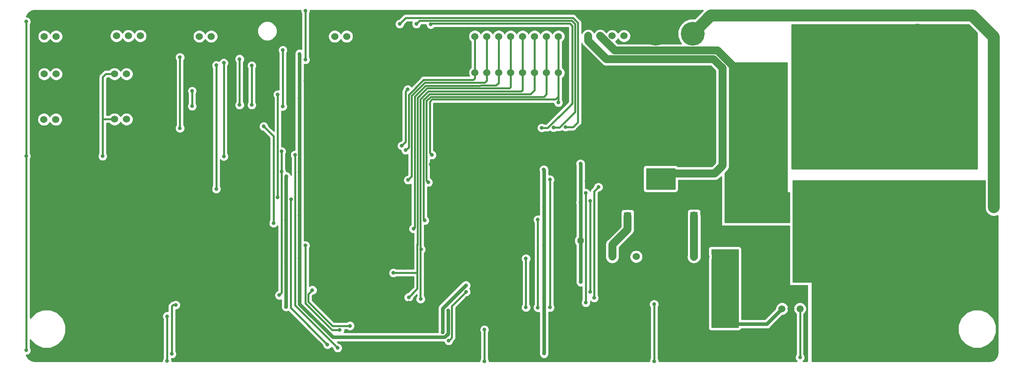
<source format=gbr>
G04 #@! TF.GenerationSoftware,KiCad,Pcbnew,(5.0.0)*
G04 #@! TF.CreationDate,2018-12-16T00:32:28-06:00*
G04 #@! TF.ProjectId,BMS_Hardware,424D535F48617264776172652E6B6963,rev?*
G04 #@! TF.SameCoordinates,Original*
G04 #@! TF.FileFunction,Copper,L2,Bot,Signal*
G04 #@! TF.FilePolarity,Positive*
%FSLAX46Y46*%
G04 Gerber Fmt 4.6, Leading zero omitted, Abs format (unit mm)*
G04 Created by KiCad (PCBNEW (5.0.0)) date 12/16/18 00:32:28*
%MOMM*%
%LPD*%
G01*
G04 APERTURE LIST*
G04 #@! TA.AperFunction,ComponentPad*
%ADD10C,1.501140*%
G04 #@! TD*
G04 #@! TA.AperFunction,ComponentPad*
%ADD11O,9.144000X5.588000*%
G04 #@! TD*
G04 #@! TA.AperFunction,ComponentPad*
%ADD12C,1.524000*%
G04 #@! TD*
G04 #@! TA.AperFunction,ComponentPad*
%ADD13C,18.288000*%
G04 #@! TD*
G04 #@! TA.AperFunction,ComponentPad*
%ADD14C,1.600000*%
G04 #@! TD*
G04 #@! TA.AperFunction,ComponentPad*
%ADD15R,1.600000X1.600000*%
G04 #@! TD*
G04 #@! TA.AperFunction,ComponentPad*
%ADD16C,5.080000*%
G04 #@! TD*
G04 #@! TA.AperFunction,ViaPad*
%ADD17C,0.800000*%
G04 #@! TD*
G04 #@! TA.AperFunction,ViaPad*
%ADD18C,1.054000*%
G04 #@! TD*
G04 #@! TA.AperFunction,ViaPad*
%ADD19C,1.440180*%
G04 #@! TD*
G04 #@! TA.AperFunction,ViaPad*
%ADD20C,0.799998*%
G04 #@! TD*
G04 #@! TA.AperFunction,Conductor*
%ADD21C,2.540000*%
G04 #@! TD*
G04 #@! TA.AperFunction,Conductor*
%ADD22C,0.381000*%
G04 #@! TD*
G04 #@! TA.AperFunction,Conductor*
%ADD23C,1.651000*%
G04 #@! TD*
G04 #@! TA.AperFunction,Conductor*
%ADD24C,0.762000*%
G04 #@! TD*
G04 #@! TA.AperFunction,Conductor*
%ADD25C,0.254000*%
G04 #@! TD*
G04 APERTURE END LIST*
D10*
G04 #@! TO.P,U1,1*
G04 #@! TO.N,+3V3*
X203829920Y-117381020D03*
G04 #@! TO.P,U1,3*
G04 #@! TO.N,PACK_I_SENSE*
X207650080Y-117381020D03*
G04 #@! TO.P,U1,2*
G04 #@! TO.N,GND*
X205740000Y-117381020D03*
D11*
G04 #@! TO.P,U1,4*
G04 #@! TO.N,/V_IN*
X210820000Y-95885000D03*
G04 #@! TO.P,U1,5*
G04 #@! TO.N,Net-(Q6-Pad2)*
X200660000Y-95885000D03*
G04 #@! TD*
D12*
G04 #@! TO.P,Conn2,1*
G04 #@! TO.N,CELL_1*
X156210000Y-59309000D03*
G04 #@! TO.P,Conn2,2*
G04 #@! TO.N,CELL_2*
X153670000Y-59309000D03*
G04 #@! TO.P,Conn2,3*
G04 #@! TO.N,CELL_3*
X151130000Y-59309000D03*
G04 #@! TO.P,Conn2,4*
G04 #@! TO.N,CELL_4*
X148590000Y-59309000D03*
G04 #@! TO.P,Conn2,5*
G04 #@! TO.N,CELL_5*
X146050000Y-59309000D03*
G04 #@! TO.P,Conn2,6*
G04 #@! TO.N,CELL_6*
X143510000Y-59309000D03*
G04 #@! TO.P,Conn2,7*
G04 #@! TO.N,CELL_7*
X140970000Y-59309000D03*
G04 #@! TO.P,Conn2,8*
G04 #@! TO.N,CELL_8*
X138430000Y-59309000D03*
G04 #@! TO.P,Conn2,9*
G04 #@! TO.N,GND*
X135890000Y-59309000D03*
G04 #@! TD*
G04 #@! TO.P,Conn1,9*
G04 #@! TO.N,GND*
X135890000Y-67056000D03*
G04 #@! TO.P,Conn1,8*
G04 #@! TO.N,CELL_8*
X138430000Y-67056000D03*
G04 #@! TO.P,Conn1,7*
G04 #@! TO.N,CELL_7*
X140970000Y-67056000D03*
G04 #@! TO.P,Conn1,6*
G04 #@! TO.N,CELL_6*
X143510000Y-67056000D03*
G04 #@! TO.P,Conn1,5*
G04 #@! TO.N,CELL_5*
X146050000Y-67056000D03*
G04 #@! TO.P,Conn1,4*
G04 #@! TO.N,CELL_4*
X148590000Y-67056000D03*
G04 #@! TO.P,Conn1,3*
G04 #@! TO.N,CELL_3*
X151130000Y-67056000D03*
G04 #@! TO.P,Conn1,2*
G04 #@! TO.N,CELL_2*
X153670000Y-67056000D03*
G04 #@! TO.P,Conn1,1*
G04 #@! TO.N,CELL_1*
X156210000Y-67056000D03*
G04 #@! TD*
G04 #@! TO.P,U2,1*
G04 #@! TO.N,+5V*
X46736000Y-67310000D03*
G04 #@! TO.P,U2,2*
G04 #@! TO.N,Net-(Q1-Pad3)*
X49276000Y-67310000D03*
G04 #@! TD*
G04 #@! TO.P,U4,2*
G04 #@! TO.N,Net-(Q4-Pad3)*
X64262000Y-67310000D03*
G04 #@! TO.P,U4,1*
G04 #@! TO.N,+5V*
X61722000Y-67310000D03*
G04 #@! TD*
G04 #@! TO.P,U5,1*
G04 #@! TO.N,Net-(Q2-Pad3)*
X170180000Y-59182000D03*
G04 #@! TO.P,U5,2*
G04 #@! TO.N,+5V*
X167640000Y-59182000D03*
G04 #@! TO.P,U5,3*
G04 #@! TO.N,Net-(Q6-Pad2)*
X165100000Y-59182000D03*
G04 #@! TO.P,U5,4*
G04 #@! TO.N,Net-(F1-Pad2)*
X162560000Y-59182000D03*
X162560000Y-59182000D03*
G04 #@! TD*
G04 #@! TO.P,U7,1*
G04 #@! TO.N,Net-(R13-Pad1)*
X49276000Y-59309000D03*
G04 #@! TO.P,U7,2*
G04 #@! TO.N,Net-(U10-Pad1)*
X46736000Y-59309000D03*
G04 #@! TD*
G04 #@! TO.P,U8,1*
G04 #@! TO.N,+5V*
X46685200Y-77012800D03*
G04 #@! TO.P,U8,2*
G04 #@! TO.N,Net-(Q5-Pad3)*
X49225200Y-77012800D03*
G04 #@! TD*
G04 #@! TO.P,U10,4*
G04 #@! TO.N,GND*
X59563000Y-59182000D03*
X59563000Y-59182000D03*
G04 #@! TO.P,U10,3*
G04 #@! TO.N,Net-(R18-Pad1)*
X62103000Y-59182000D03*
G04 #@! TO.P,U10,2*
G04 #@! TO.N,PACK_GATE*
X64643000Y-59182000D03*
G04 #@! TO.P,U10,1*
G04 #@! TO.N,Net-(U10-Pad1)*
X67183000Y-59182000D03*
G04 #@! TD*
G04 #@! TO.P,U11,3*
G04 #@! TO.N,GND*
X106045000Y-59309000D03*
G04 #@! TO.P,U11,2*
G04 #@! TO.N,TEMP_D_OUT*
X108585000Y-59309000D03*
G04 #@! TO.P,U11,1*
G04 #@! TO.N,+3V3*
X111125000Y-59309000D03*
G04 #@! TD*
G04 #@! TO.P,U12,2*
G04 #@! TO.N,Net-(Q8-Pad3)*
X64262000Y-76962000D03*
G04 #@! TO.P,U12,1*
G04 #@! TO.N,+5V*
X61722000Y-76962000D03*
G04 #@! TD*
G04 #@! TO.P,U17,1*
G04 #@! TO.N,SER_TX_IND*
X82296000Y-59309000D03*
G04 #@! TO.P,U17,2*
G04 #@! TO.N,+3V3*
X79756000Y-59309000D03*
G04 #@! TO.P,U17,3*
G04 #@! TO.N,GND*
X77216000Y-59309000D03*
G04 #@! TD*
G04 #@! TO.P,U18,1*
G04 #@! TO.N,LOGIC_PWR*
X167690800Y-106273600D03*
G04 #@! TO.P,U18,2*
G04 #@! TO.N,GND*
X170230800Y-106273600D03*
G04 #@! TO.P,U18,3*
G04 #@! TO.N,+5V*
X172770800Y-106273600D03*
G04 #@! TD*
D13*
G04 #@! TO.P,V1,1*
G04 #@! TO.N,GND*
X59944000Y-100711000D03*
G04 #@! TD*
G04 #@! TO.P,V2,1*
G04 #@! TO.N,/V_IN*
X232664000Y-100711000D03*
G04 #@! TD*
G04 #@! TO.P,V3,1*
G04 #@! TO.N,V_OUT*
X232664000Y-65786000D03*
G04 #@! TD*
D14*
G04 #@! TO.P,C26,2*
G04 #@! TO.N,GND*
X168442000Y-97599500D03*
D15*
G04 #@! TO.P,C26,1*
G04 #@! TO.N,LOGIC_PWR*
X170942000Y-97599500D03*
G04 #@! TD*
G04 #@! TO.P,C17,1*
G04 #@! TO.N,LOGIC_PWR*
X185102500Y-97536000D03*
D14*
G04 #@! TO.P,C17,2*
G04 #@! TO.N,GND*
X187602500Y-97536000D03*
G04 #@! TD*
D12*
G04 #@! TO.P,U16,1*
G04 #@! TO.N,LOGIC_PWR*
X185039000Y-106299000D03*
G04 #@! TO.P,U16,2*
G04 #@! TO.N,GND*
X187579000Y-106299000D03*
G04 #@! TO.P,U16,3*
G04 #@! TO.N,+3V3*
X190119000Y-106299000D03*
G04 #@! TD*
D16*
G04 #@! TO.P,Conn3,1*
G04 #@! TO.N,GND*
X176911000Y-58737500D03*
G04 #@! TO.P,Conn3,2*
G04 #@! TO.N,V_IN*
X184785000Y-58737500D03*
G04 #@! TD*
D17*
G04 #@! TO.N,GND*
X149669500Y-88138000D03*
X149860000Y-96520000D03*
X134493000Y-83439000D03*
X134366000Y-91440000D03*
X134239000Y-99695000D03*
X134399800Y-108043200D03*
X149034500Y-104838500D03*
X142113000Y-99949000D03*
X123698000Y-88773000D03*
X118872000Y-91440000D03*
X118872000Y-100838000D03*
X124333000Y-116078000D03*
X118745000Y-120015000D03*
X118618000Y-111252000D03*
X118872000Y-102616000D03*
X110998000Y-110744000D03*
X104330500Y-105727500D03*
X81534000Y-111506000D03*
X89789000Y-86550500D03*
X92343100Y-103935400D03*
X102362000Y-68834000D03*
X104330500Y-115048000D03*
X109474000Y-120015000D03*
X123190000Y-108712000D03*
X128905000Y-93853000D03*
X123190000Y-98806000D03*
X109728000Y-100838000D03*
X110744000Y-91186000D03*
X103632000Y-86233000D03*
X78105000Y-117348000D03*
X140462000Y-117348000D03*
X129032000Y-86614000D03*
X106807000Y-62992000D03*
X92265500Y-101981000D03*
X104203500Y-95758000D03*
X137668000Y-75438000D03*
X145415000Y-84709000D03*
X162242500Y-90170000D03*
X87122000Y-117348000D03*
X130365500Y-101346000D03*
X54419500Y-81089500D03*
X164655500Y-73723500D03*
X169672000Y-78486000D03*
X200088500Y-118110000D03*
X178181000Y-75565000D03*
X171196000Y-73025000D03*
X188595000Y-72263000D03*
X162560000Y-66167000D03*
X157480000Y-91440000D03*
X157480000Y-99060000D03*
X157480000Y-109220000D03*
X129540000Y-114300000D03*
X149860000Y-121920000D03*
X78740000Y-114300000D03*
X60960000Y-121920000D03*
X48260000Y-111760000D03*
X48260000Y-91440000D03*
X78740000Y-88900000D03*
X86360000Y-78740000D03*
X78740000Y-68580000D03*
X71120000Y-58420000D03*
X86360000Y-58420000D03*
X109220000Y-78740000D03*
X119380000Y-78740000D03*
X132080000Y-78740000D03*
X144780000Y-78740000D03*
X177800000Y-81915000D03*
X165100000Y-68580000D03*
X168910000Y-68580000D03*
X172720000Y-68580000D03*
X176530000Y-68580000D03*
X180340000Y-68580000D03*
X186690000Y-68580000D03*
X177165000Y-73025000D03*
X187960000Y-74930000D03*
X186055000Y-81915000D03*
X181610000Y-81915000D03*
X173355000Y-81915000D03*
X184150000Y-85090000D03*
X179705000Y-85090000D03*
X175260000Y-85090000D03*
X169545000Y-85090000D03*
X158750000Y-85090000D03*
X153670000Y-85090000D03*
X149860000Y-85090000D03*
X181610000Y-101600000D03*
X175260000Y-101600000D03*
X186690000Y-91440000D03*
X189230000Y-124460000D03*
X198120000Y-124460000D03*
X180340000Y-124460000D03*
X180340000Y-118110000D03*
X170180000Y-124460000D03*
X158750000Y-121920000D03*
X128270000Y-118110000D03*
X132080000Y-110490000D03*
X80010000Y-121920000D03*
X68580000Y-121920000D03*
X54610000Y-121920000D03*
X68580000Y-114300000D03*
X73660000Y-88900000D03*
X67310000Y-88900000D03*
X62230000Y-88900000D03*
X55880000Y-88900000D03*
X48260000Y-100330000D03*
X48260000Y-106680000D03*
X48260000Y-95250000D03*
X78740000Y-93980000D03*
X73660000Y-96520000D03*
X53340000Y-71120000D03*
X92710000Y-68580000D03*
X115570000Y-62230000D03*
X110490000Y-68580000D03*
X115570000Y-68580000D03*
X194310000Y-102870000D03*
X205740000Y-123190000D03*
X201930000Y-104140000D03*
X114300000Y-78740000D03*
X104140000Y-78740000D03*
X91440000Y-110490000D03*
X91440000Y-97790000D03*
X140970000Y-110490000D03*
G04 #@! TO.N,CELL_1*
X129286000Y-84582000D03*
X156210000Y-73406000D03*
G04 #@! TO.N,CELL_2*
X128524000Y-90424000D03*
G04 #@! TO.N,CELL_3*
X127762000Y-98552000D03*
G04 #@! TO.N,CELL_4*
X126873000Y-115316000D03*
X127000000Y-104711500D03*
G04 #@! TO.N,CELL_5*
X121094500Y-109728000D03*
X124333000Y-114935000D03*
G04 #@! TO.N,CELL_6*
X125349000Y-100330000D03*
G04 #@! TO.N,CELL_7*
X124206000Y-89916000D03*
G04 #@! TO.N,CELL_8*
X123698000Y-83566000D03*
G04 #@! TO.N,LOGIC_SWITCH*
X90932000Y-65532000D03*
X90932000Y-73914000D03*
G04 #@! TO.N,Net-(Q2-Pad3)*
X102362000Y-53819500D03*
X102362000Y-64262000D03*
G04 #@! TO.N,BUZZER*
X95567500Y-99123500D03*
X93472000Y-78486000D03*
G04 #@! TO.N,Net-(Q6-Pad2)*
X194310000Y-97790000D03*
X194310000Y-93980000D03*
X194310000Y-90170000D03*
X198120000Y-90170000D03*
X201930000Y-90170000D03*
X193040000Y-85090000D03*
X193040000Y-80010000D03*
X193040000Y-72390000D03*
X193040000Y-68580000D03*
G04 #@! TO.N,V_OUT*
X242570000Y-85090000D03*
X238760000Y-85090000D03*
X234950000Y-85090000D03*
X231140000Y-85090000D03*
X227330000Y-85090000D03*
X223520000Y-85090000D03*
X219710000Y-85090000D03*
X215900000Y-85090000D03*
X215900000Y-82550000D03*
X215900000Y-78740000D03*
X215900000Y-74930000D03*
X215900000Y-71120000D03*
X215900000Y-67310000D03*
X243840000Y-60960000D03*
X243840000Y-64770000D03*
X243840000Y-68580000D03*
X243840000Y-72390000D03*
X243840000Y-76200000D03*
X243840000Y-80010000D03*
X243840000Y-83820000D03*
X208280000Y-63500000D03*
X124142500Y-70612000D03*
X96774000Y-114490500D03*
X97282000Y-83820000D03*
X97282000Y-88138000D03*
X215900000Y-63500000D03*
X215900000Y-59690000D03*
X219710000Y-59690000D03*
X223520000Y-59690000D03*
X122872500Y-82613500D03*
D18*
G04 #@! TO.N,Net-(F1-Pad2)*
X178054000Y-88519000D03*
X176276000Y-88519000D03*
X180086000Y-88519000D03*
D17*
G04 #@! TO.N,Net-(R13-Pad1)*
X83375500Y-65468500D03*
X83375500Y-91821000D03*
G04 #@! TO.N,PACK_GATE*
X88328500Y-73914000D03*
X88328500Y-64135000D03*
G04 #@! TO.N,SER_TX_IND*
X162052000Y-116078000D03*
X162052000Y-92710000D03*
X97536000Y-62230000D03*
X97536000Y-74231500D03*
G04 #@! TO.N,LOGIC_PWR*
X98298000Y-89154000D03*
X131572000Y-122428000D03*
X160972500Y-111696500D03*
D19*
X160909000Y-102870000D03*
D17*
X98234500Y-116967000D03*
X98234500Y-107467400D03*
X98234500Y-98453500D03*
X160909000Y-94742000D03*
X160909000Y-86461600D03*
X136525000Y-112395000D03*
X167690800Y-106273600D03*
G04 #@! TO.N,+5V*
X176580800Y-116433600D03*
X72898000Y-118999000D03*
X176593500Y-128552500D03*
X140462000Y-128587500D03*
X72898000Y-128524000D03*
X42926000Y-126238000D03*
X59182000Y-84836000D03*
X42926000Y-84836000D03*
X42926000Y-56134000D03*
X140462000Y-121856500D03*
G04 #@! TO.N,+3V3*
X153098500Y-87693500D03*
X101092000Y-88265000D03*
X101092000Y-72453500D03*
X153162000Y-95618300D03*
X101092000Y-106680000D03*
X101092000Y-97536000D03*
X153162000Y-103886000D03*
X153162000Y-115062000D03*
X101092000Y-115697000D03*
X132715000Y-117729000D03*
X153162000Y-126936500D03*
X192024000Y-120650000D03*
X101092000Y-63020501D03*
G04 #@! TO.N,PACK_V_IND*
X152654000Y-78816200D03*
X129032000Y-56743510D03*
G04 #@! TO.N,SW_IND*
X155194000Y-78740000D03*
X125984000Y-56642000D03*
G04 #@! TO.N,SW_ERR*
X157734000Y-78638400D03*
X122428000Y-56642000D03*
G04 #@! TO.N,FAN_PWR*
X75628500Y-78867000D03*
X75628500Y-63754000D03*
G04 #@! TO.N,Net-(R18-Pad1)*
X84963000Y-84899500D03*
X84963000Y-64960500D03*
G04 #@! TO.N,CELL_1-GND_SENSE*
X163830000Y-115062000D03*
X164719000Y-91440000D03*
G04 #@! TO.N,V_LOG_SENSE*
X162941000Y-94361000D03*
X162941000Y-113792000D03*
X136525000Y-113792000D03*
X132842000Y-124206000D03*
G04 #@! TO.N,CELL_2-1_SENSE*
X154432000Y-117094000D03*
X154432000Y-89852500D03*
G04 #@! TO.N,CELL_3-2_SENSE*
X151841200Y-117144800D03*
X151828500Y-98361500D03*
G04 #@! TO.N,CELL_4-3_SENSE*
X149301200Y-117094000D03*
X149301200Y-106680000D03*
G04 #@! TO.N,CELL_5-4_SENSE*
X103822500Y-113411000D03*
X111823500Y-121031000D03*
G04 #@! TO.N,CELL_6-5_SENSE*
X102362000Y-103886000D03*
X109664500Y-121920000D03*
D20*
G04 #@! TO.N,CELL_7-6_SENSE*
X99314000Y-94043500D03*
D17*
X107035600Y-125018800D03*
G04 #@! TO.N,CELL_8-7_SENSE*
X100139500Y-84553499D03*
X109220000Y-125730000D03*
G04 #@! TO.N,E-Stop_Gate*
X96456500Y-93586300D03*
X96456500Y-71691500D03*
G04 #@! TO.N,TEMP_D_OUT*
X78232000Y-70929500D03*
X78232000Y-74168000D03*
G04 #@! TO.N,PACK_I_SENSE*
X74739500Y-116560600D03*
X207645000Y-127762000D03*
X73914000Y-127000000D03*
G04 #@! TO.N,/V_IN*
X217170000Y-92710000D03*
X220980000Y-92710000D03*
X224790000Y-92710000D03*
X217170000Y-96520000D03*
X217170000Y-100330000D03*
X217170000Y-104140000D03*
X217170000Y-107950000D03*
X217170000Y-111760000D03*
X213360000Y-111760000D03*
X213360000Y-115570000D03*
X213360000Y-119380000D03*
X213360000Y-123190000D03*
X213360000Y-127000000D03*
X217170000Y-127000000D03*
X220980000Y-127000000D03*
X224790000Y-127000000D03*
X228600000Y-127000000D03*
X232410000Y-127000000D03*
X236220000Y-127000000D03*
X240030000Y-127000000D03*
X243840000Y-127000000D03*
X247650000Y-127000000D03*
X247650000Y-116840000D03*
X247650000Y-113030000D03*
X247650000Y-109220000D03*
X247650000Y-105410000D03*
X247650000Y-101600000D03*
X247650000Y-97790000D03*
X245110000Y-95250000D03*
X242570000Y-92710000D03*
G04 #@! TD*
D21*
G04 #@! TO.N,V_IN*
X248920000Y-95758000D02*
X248920000Y-60198000D01*
X248920000Y-60198000D02*
X248920000Y-59690000D01*
X188658500Y-54864000D02*
X184785000Y-58737500D01*
X248920000Y-59436000D02*
X244348000Y-54864000D01*
X244348000Y-54864000D02*
X188658500Y-54864000D01*
D22*
G04 #@! TO.N,CELL_1*
X156210000Y-67056000D02*
X156210000Y-68133630D01*
X156210000Y-67056000D02*
X156210000Y-59309000D01*
X138303000Y-72752001D02*
X139700000Y-72752001D01*
X137873671Y-72752001D02*
X138303000Y-72752001D01*
X138303000Y-72752001D02*
X132080000Y-72752001D01*
X132080000Y-72752001D02*
X131717999Y-72752001D01*
X130937000Y-72752001D02*
X132080000Y-72752001D01*
X129304999Y-72752001D02*
X129921000Y-72752001D01*
X129921000Y-72752001D02*
X130937000Y-72752001D01*
X129685999Y-72752001D02*
X129921000Y-72752001D01*
X129286000Y-84582000D02*
X129032000Y-84582000D01*
X128822509Y-73234491D02*
X129304999Y-72752001D01*
X128822509Y-84118509D02*
X129286000Y-84582000D01*
X128822509Y-73234491D02*
X128822509Y-84118509D01*
X156210000Y-72752001D02*
X156210000Y-73450510D01*
X155593999Y-72752001D02*
X156210000Y-72136000D01*
X153543000Y-72752001D02*
X155593999Y-72752001D01*
X156210000Y-72136000D02*
X156210000Y-72752001D01*
X156210000Y-68133630D02*
X156210000Y-72136000D01*
X139700000Y-72752001D02*
X153543000Y-72752001D01*
G04 #@! TO.N,CELL_2*
X153670000Y-65978370D02*
X153670000Y-59309000D01*
X153670000Y-67056000D02*
X153670000Y-65978370D01*
X153670000Y-71628000D02*
X153670000Y-67056000D01*
X153127009Y-72170991D02*
X153670000Y-71628000D01*
X131283009Y-72170991D02*
X131699000Y-72170991D01*
X131699000Y-72170991D02*
X153127009Y-72170991D01*
X128241499Y-90141499D02*
X128524000Y-90424000D01*
X128997009Y-72170991D02*
X131699000Y-72170991D01*
X128089010Y-73078990D02*
X128997009Y-72170991D01*
X128089010Y-89989010D02*
X128089010Y-73078990D01*
X128524000Y-90424000D02*
X128089010Y-89989010D01*
G04 #@! TO.N,CELL_3*
X127508000Y-81788000D02*
X127508000Y-81534000D01*
X127762000Y-98552000D02*
X127635000Y-98552000D01*
X127508000Y-98425000D02*
X127508000Y-97732315D01*
X127635000Y-98552000D02*
X127508000Y-98425000D01*
X151130000Y-65978370D02*
X151130000Y-59309000D01*
X151130000Y-67056000D02*
X151130000Y-65978370D01*
X127508000Y-81470500D02*
X127508000Y-82613500D01*
X127508000Y-97732315D02*
X127508000Y-82613500D01*
X127508000Y-82613500D02*
X127508000Y-81788000D01*
X151130000Y-70739000D02*
X151130000Y-67056000D01*
X150279019Y-71589981D02*
X151130000Y-70739000D01*
X137388519Y-71589981D02*
X138938000Y-71589981D01*
X138938000Y-71589981D02*
X150279019Y-71589981D01*
X127508000Y-75311000D02*
X127508000Y-75116672D01*
X138938000Y-71589981D02*
X128756347Y-71589981D01*
X127508000Y-72838328D02*
X127508000Y-73152000D01*
X127508000Y-72838328D02*
X127889000Y-72457328D01*
X127508000Y-73787000D02*
X127508000Y-72838328D01*
X127889000Y-72457328D02*
X128756347Y-71589981D01*
X127660489Y-72685839D02*
X127889000Y-72457328D01*
X127508000Y-73152000D02*
X127508000Y-73787000D01*
X127508000Y-75057000D02*
X127508000Y-82613500D01*
X127508000Y-75057000D02*
X127508000Y-75311000D01*
X127508000Y-73787000D02*
X127508000Y-75057000D01*
G04 #@! TO.N,CELL_4*
X126854001Y-81788000D02*
X126854001Y-81515001D01*
X138430000Y-71008971D02*
X138124643Y-71008971D01*
X126854001Y-105047999D02*
X126854001Y-105410000D01*
X126854001Y-104248001D02*
X126854001Y-103124000D01*
X126854001Y-103124000D02*
X126854001Y-104648000D01*
X126854001Y-104648000D02*
X126854001Y-105410000D01*
X126854001Y-113792000D02*
X126854001Y-115334999D01*
X126854001Y-105410000D02*
X126854001Y-113792000D01*
X148590000Y-65978370D02*
X148590000Y-59309000D01*
X148590000Y-67056000D02*
X148590000Y-65978370D01*
X138874500Y-71008971D02*
X138430000Y-71008971D01*
X148590000Y-70739000D02*
X148590000Y-67056000D01*
X138874500Y-71008971D02*
X148320029Y-71008971D01*
X148320029Y-71008971D02*
X148590000Y-70739000D01*
X133350000Y-71008971D02*
X138874500Y-71008971D01*
X128515685Y-71008971D02*
X131191000Y-71008971D01*
X130794029Y-71008971D02*
X131191000Y-71008971D01*
X131191000Y-71008971D02*
X133350000Y-71008971D01*
X126854001Y-72670655D02*
X128515685Y-71008971D01*
X126854001Y-72670655D02*
X126854001Y-82677000D01*
X126854001Y-103124000D02*
X126854001Y-82677000D01*
X126854001Y-82677000D02*
X126854001Y-81788000D01*
G04 #@! TO.N,CELL_5*
X146050000Y-67056000D02*
X146050000Y-59309000D01*
X126619000Y-72009000D02*
X126238000Y-72390000D01*
X126238000Y-72390000D02*
X126746000Y-71882000D01*
X126746000Y-71882000D02*
X126619000Y-72009000D01*
X126238000Y-103568500D02*
X126174500Y-103632000D01*
X126238000Y-103568500D02*
X126238000Y-103759000D01*
X126238000Y-72390000D02*
X126238000Y-103568500D01*
X126174500Y-103632000D02*
X126174500Y-105918000D01*
X126174500Y-105543498D02*
X126174500Y-105918000D01*
X146050000Y-70104000D02*
X146050000Y-67056000D01*
X145776980Y-70377020D02*
X146050000Y-70104000D01*
X128250980Y-70377020D02*
X145776980Y-70377020D01*
X126746000Y-71882000D02*
X128250980Y-70377020D01*
X126174500Y-113093500D02*
X124333000Y-114935000D01*
X126174500Y-108458000D02*
X126174500Y-109029500D01*
X126174500Y-105918000D02*
X126174500Y-108458000D01*
X121723685Y-109728000D02*
X126174500Y-109728000D01*
X121158000Y-109728000D02*
X121723685Y-109728000D01*
X126174500Y-108458000D02*
X126174500Y-109728000D01*
X126174500Y-109728000D02*
X126174500Y-113093500D01*
G04 #@! TO.N,CELL_6*
X143510000Y-59309000D02*
X143510000Y-67056000D01*
X143510000Y-67056000D02*
X143510000Y-69215000D01*
X143510000Y-69215000D02*
X142948010Y-69776990D01*
X142948010Y-69776990D02*
X136195093Y-69796010D01*
X127942990Y-69796010D02*
X128778000Y-69796010D01*
X126746000Y-70993000D02*
X127942990Y-69796010D01*
X128778000Y-69796010D02*
X128010318Y-69796010D01*
X136195093Y-69796010D02*
X128778000Y-69796010D01*
X127000000Y-70739000D02*
X126746000Y-70993000D01*
X126746000Y-70993000D02*
X126492000Y-71247000D01*
X125603000Y-100076000D02*
X125349000Y-100330000D01*
X126492000Y-71247000D02*
X125603000Y-72136000D01*
X125603000Y-72136000D02*
X125603000Y-100076000D01*
G04 #@! TO.N,CELL_7*
X140970000Y-67056000D02*
X140970000Y-59309000D01*
X140970000Y-68707000D02*
X140970000Y-67056000D01*
X124968000Y-89154000D02*
X124206000Y-89916000D01*
X124968000Y-71949328D02*
X124968000Y-89154000D01*
X127756318Y-69161010D02*
X127508000Y-69409328D01*
X140515990Y-69161010D02*
X127756318Y-69161010D01*
X140716000Y-68961000D02*
X140515990Y-69161010D01*
X127702328Y-69215000D02*
X127508000Y-69409328D01*
X127508000Y-69409328D02*
X124968000Y-71949328D01*
X140716000Y-68961000D02*
X140970000Y-68707000D01*
G04 #@! TO.N,CELL_8*
X138430000Y-60386630D02*
X138430000Y-67056000D01*
X138430000Y-59309000D02*
X138430000Y-60386630D01*
X138430000Y-67056000D02*
X138430000Y-68199000D01*
X138430000Y-68199000D02*
X138049000Y-68580000D01*
X138049000Y-68580000D02*
X127515656Y-68580000D01*
X127469322Y-68633990D02*
X127454010Y-68633990D01*
X127515656Y-68580000D02*
X127515656Y-68587656D01*
X127515656Y-68587656D02*
X127469322Y-68633990D01*
X127454010Y-68633990D02*
X124333000Y-71755000D01*
X124333000Y-82931000D02*
X123698000Y-83566000D01*
X124333000Y-71755000D02*
X124333000Y-82931000D01*
G04 #@! TO.N,LOGIC_SWITCH*
X90932000Y-66484500D02*
X90932000Y-65532000D01*
X90932000Y-66484500D02*
X90932000Y-66167000D01*
X90932000Y-73914000D02*
X90932000Y-66484500D01*
G04 #@! TO.N,Net-(Q2-Pad3)*
X102362000Y-62484000D02*
X102362000Y-54073500D01*
X102362000Y-62484000D02*
X102362000Y-64262000D01*
G04 #@! TO.N,BUZZER*
X94742000Y-79756000D02*
X93472000Y-78486000D01*
X95567500Y-80581500D02*
X95567500Y-80962500D01*
X93472000Y-78486000D02*
X95567500Y-80581500D01*
X95567500Y-95885000D02*
X95567500Y-99123500D01*
X95567500Y-95885000D02*
X95567500Y-80962500D01*
D23*
G04 #@! TO.N,Net-(Q6-Pad2)*
X168221001Y-62303001D02*
X190065001Y-62303001D01*
X165100000Y-59182000D02*
X168221001Y-62303001D01*
X190065001Y-62303001D02*
X193675000Y-65913000D01*
D22*
G04 #@! TO.N,V_OUT*
X97218500Y-114046000D02*
X96774000Y-114490500D01*
X97282000Y-83820000D02*
X97282000Y-113982500D01*
X97282000Y-113982500D02*
X97218500Y-114046000D01*
X124142500Y-70612000D02*
X123698000Y-71056500D01*
X123698000Y-81788000D02*
X122872500Y-82613500D01*
X123698000Y-80454500D02*
X123698000Y-81788000D01*
X123698000Y-80454500D02*
X123698000Y-81407000D01*
X123698000Y-71056500D02*
X123698000Y-80454500D01*
D23*
G04 #@! TO.N,Net-(F1-Pad2)*
X162560000Y-60259630D02*
X166454381Y-64154011D01*
X162560000Y-59182000D02*
X162560000Y-60259630D01*
X166454381Y-64154011D02*
X189249011Y-64154011D01*
X189249011Y-64154011D02*
X191135000Y-66040000D01*
X189484000Y-88519000D02*
X191135000Y-86868000D01*
X184658000Y-88519000D02*
X189484000Y-88519000D01*
X191135000Y-66040000D02*
X191135000Y-86868000D01*
X184658000Y-88519000D02*
X180086000Y-88519000D01*
X189230000Y-88519000D02*
X184658000Y-88519000D01*
D22*
G04 #@! TO.N,Net-(R13-Pad1)*
X83375500Y-69786500D02*
X83375500Y-65468500D01*
X83375500Y-69786500D02*
X83375500Y-91757500D01*
X83375500Y-69405500D02*
X83375500Y-69786500D01*
G04 #@! TO.N,PACK_GATE*
X88328500Y-73914000D02*
X88328500Y-64135000D01*
G04 #@! TO.N,SER_TX_IND*
X162052000Y-114554000D02*
X162052000Y-116078000D01*
X162052000Y-92710000D02*
X162052000Y-114554000D01*
X97536000Y-62795685D02*
X97536000Y-64389000D01*
X97536000Y-62230000D02*
X97536000Y-62795685D01*
X97536000Y-64008000D02*
X97536000Y-64389000D01*
X97536000Y-64389000D02*
X97536000Y-71599500D01*
X97536000Y-71599500D02*
X97536000Y-74231500D01*
D23*
G04 #@! TO.N,LOGIC_PWR*
X167690800Y-106273600D02*
X167690800Y-103708200D01*
X170942000Y-100457000D02*
X170942000Y-97599500D01*
X167690800Y-103708200D02*
X170942000Y-100457000D01*
X185102500Y-106235500D02*
X185039000Y-106299000D01*
X185102500Y-97536000D02*
X185102500Y-106235500D01*
D24*
X160909000Y-102870000D02*
X160909000Y-94869000D01*
X160972500Y-102933500D02*
X160909000Y-102870000D01*
X160972500Y-111696500D02*
X160972500Y-102933500D01*
X98234500Y-98453500D02*
X98234500Y-107403900D01*
X98234500Y-89217500D02*
X98298000Y-89154000D01*
X98234500Y-98453500D02*
X98234500Y-89217500D01*
X98234500Y-107467400D02*
X98234500Y-116268500D01*
X98234500Y-116268500D02*
X98234500Y-116967000D01*
X131572000Y-121862315D02*
X131572000Y-122428000D01*
X131572000Y-117290315D02*
X131572000Y-121862315D01*
X136467315Y-112395000D02*
X131572000Y-117290315D01*
X160909000Y-94742000D02*
X160909000Y-87185500D01*
X160909000Y-87185500D02*
X160909000Y-86512400D01*
D22*
G04 #@! TO.N,+5V*
X46609000Y-77089000D02*
X46685200Y-77012800D01*
X59182000Y-80899000D02*
X59182000Y-78613000D01*
X59182000Y-76835000D02*
X59182000Y-76454000D01*
X59182000Y-78613000D02*
X59182000Y-77724000D01*
X72898000Y-128397000D02*
X72898000Y-127762000D01*
X72898000Y-127254000D02*
X72898000Y-128397000D01*
X72898000Y-127254000D02*
X72898000Y-118872000D01*
X72898000Y-127635000D02*
X72898000Y-127254000D01*
X42926000Y-126238000D02*
X42926000Y-93218000D01*
X59182000Y-83312000D02*
X59182000Y-84836000D01*
X59182000Y-83312000D02*
X59182000Y-83566000D01*
X59182000Y-80899000D02*
X59182000Y-83312000D01*
X61722000Y-76962000D02*
X59182000Y-76962000D01*
X59182000Y-77724000D02*
X59182000Y-76962000D01*
X59182000Y-76962000D02*
X59182000Y-76454000D01*
X176593500Y-116446300D02*
X176580800Y-116433600D01*
X176593500Y-128552500D02*
X176593500Y-116446300D01*
X42926000Y-93218000D02*
X42926000Y-56134000D01*
X59817000Y-67310000D02*
X61722000Y-67310000D01*
X59182000Y-76454000D02*
X59182000Y-67945000D01*
X59182000Y-67945000D02*
X59817000Y-67310000D01*
X140462000Y-128587500D02*
X140462000Y-121856500D01*
G04 #@! TO.N,+3V3*
X111252000Y-59537600D02*
X111125000Y-59410600D01*
X132696001Y-122473941D02*
X131725942Y-123444000D01*
D24*
X200560940Y-120650000D02*
X203829920Y-117381020D01*
X192024000Y-120650000D02*
X200560940Y-120650000D01*
X153162000Y-126370815D02*
X153162000Y-115316000D01*
X153162000Y-126936500D02*
X153162000Y-126370815D01*
X153162000Y-115316000D02*
X153162000Y-103886000D01*
X153162000Y-103320315D02*
X153162000Y-95618300D01*
X153162000Y-103886000D02*
X153162000Y-103320315D01*
X153162000Y-87757000D02*
X153098500Y-87693500D01*
X153162000Y-95618300D02*
X153162000Y-87757000D01*
X132007882Y-123444000D02*
X129032000Y-123444000D01*
X132715000Y-122736882D02*
X132007882Y-123444000D01*
X132715000Y-117729000D02*
X132715000Y-122736882D01*
D22*
X129857500Y-123444000D02*
X129032000Y-123444000D01*
X131725942Y-123444000D02*
X129857500Y-123444000D01*
D24*
X101092000Y-116373596D02*
X101092000Y-115697000D01*
X129857500Y-123444000D02*
X108162404Y-123444000D01*
X108162404Y-123444000D02*
X101092000Y-116373596D01*
X101092000Y-115697000D02*
X101092000Y-106680000D01*
X101092000Y-106114315D02*
X101092000Y-97536000D01*
X101092000Y-106680000D02*
X101092000Y-106114315D01*
X101092000Y-96970315D02*
X101092000Y-88265000D01*
X101092000Y-97536000D02*
X101092000Y-96970315D01*
X101092000Y-73019185D02*
X101092000Y-72453500D01*
X101120501Y-73047686D02*
X101092000Y-73019185D01*
X101120501Y-85024380D02*
X101120501Y-73047686D01*
X101092000Y-85052881D02*
X101120501Y-85024380D01*
X101092000Y-88265000D02*
X101092000Y-85052881D01*
X101092000Y-71887815D02*
X101092000Y-63020501D01*
X101092000Y-72453500D02*
X101092000Y-71887815D01*
D22*
G04 #@! TO.N,PACK_V_IND*
X159184990Y-57076990D02*
X158642020Y-56534020D01*
X159184990Y-57838990D02*
X159184990Y-57076990D01*
X158642020Y-56534020D02*
X156718000Y-56534020D01*
X156718000Y-56534020D02*
X134219980Y-56534020D01*
X134219980Y-56534020D02*
X129286000Y-56534020D01*
X129286000Y-56534020D02*
X129241490Y-56534020D01*
X129241490Y-56534020D02*
X129032000Y-56743510D01*
X159184990Y-71472410D02*
X159184990Y-71247000D01*
X159184990Y-73579068D02*
X158623000Y-74141058D01*
X159184990Y-70612000D02*
X159184990Y-73579068D01*
X158623000Y-74141058D02*
X159131000Y-73633058D01*
X159184990Y-70612000D02*
X159184990Y-57838990D01*
X159184990Y-71247000D02*
X159184990Y-70612000D01*
X153947858Y-78816200D02*
X152654000Y-78816200D01*
X158623000Y-74141058D02*
X153947858Y-78816200D01*
G04 #@! TO.N,SW_IND*
X159766000Y-56642000D02*
X159077010Y-55953010D01*
X159077010Y-55953010D02*
X126799990Y-55953010D01*
X126799990Y-55953010D02*
X126672990Y-55953010D01*
X126672990Y-55953010D02*
X125984000Y-56642000D01*
X159766000Y-73355200D02*
X159766000Y-72898000D01*
X159766000Y-72898000D02*
X159766000Y-56642000D01*
X159766000Y-73787000D02*
X159766000Y-72898000D01*
X159766000Y-75438000D02*
X159766000Y-73787000D01*
X156464000Y-78740000D02*
X159766000Y-75438000D01*
X155194000Y-78740000D02*
X156464000Y-78740000D01*
G04 #@! TO.N,SW_ERR*
X160347010Y-56401338D02*
X159317672Y-55372000D01*
X123698000Y-55372000D02*
X122428000Y-56642000D01*
X125730000Y-55372000D02*
X123698000Y-55372000D01*
X125730000Y-55372000D02*
X125222000Y-55372000D01*
X159317672Y-55372000D02*
X125730000Y-55372000D01*
X160347010Y-74803000D02*
X160347010Y-56401338D01*
X160347010Y-75212590D02*
X160347010Y-74803000D01*
X160347010Y-74803000D02*
X160347010Y-75438000D01*
X160347010Y-75438000D02*
X160347010Y-76025390D01*
X160347010Y-77597000D02*
X160347010Y-75438000D01*
X159305610Y-78638400D02*
X160347010Y-77597000D01*
X157734000Y-78638400D02*
X159305610Y-78638400D01*
G04 #@! TO.N,FAN_PWR*
X75628500Y-78867000D02*
X75628500Y-63754000D01*
G04 #@! TO.N,Net-(R18-Pad1)*
X84963000Y-82804000D02*
X84963000Y-72453500D01*
X84963000Y-82931000D02*
X84963000Y-83756500D01*
X84963000Y-72453500D02*
X84963000Y-65024000D01*
X84963000Y-83756500D02*
X84963000Y-84899500D01*
G04 #@! TO.N,CELL_1-GND_SENSE*
X163830000Y-113792000D02*
X163830000Y-115062000D01*
X163830000Y-114173000D02*
X163830000Y-113792000D01*
X163830000Y-92329000D02*
X164719000Y-91440000D01*
X163830000Y-94742000D02*
X163830000Y-92329000D01*
X163830000Y-113792000D02*
X163830000Y-94742000D01*
G04 #@! TO.N,V_LOG_SENSE*
X162941000Y-96266000D02*
X162941000Y-94361000D01*
X162941000Y-113538000D02*
X162941000Y-96266000D01*
X133223000Y-123825000D02*
X132842000Y-124206000D01*
X133505501Y-123542499D02*
X133223000Y-123825000D01*
X133505501Y-116811499D02*
X133505501Y-123542499D01*
X136525000Y-113792000D02*
X133505501Y-116811499D01*
G04 #@! TO.N,CELL_2-1_SENSE*
X154432000Y-114808000D02*
X154432000Y-117094000D01*
X154432000Y-90525600D02*
X154432000Y-89852500D01*
X154432000Y-90525600D02*
X154432000Y-114808000D01*
X154432000Y-90220800D02*
X154432000Y-90525600D01*
G04 #@! TO.N,CELL_3-2_SENSE*
X151828500Y-99110800D02*
X151828500Y-98361500D01*
X151841200Y-99123500D02*
X151828500Y-99110800D01*
X151841200Y-99123500D02*
X151841200Y-98755200D01*
X151841200Y-117144800D02*
X151841200Y-99123500D01*
G04 #@! TO.N,CELL_4-3_SENSE*
X149301200Y-117094000D02*
X149301200Y-106680000D01*
G04 #@! TO.N,CELL_5-4_SENSE*
X102943010Y-114290490D02*
X103822500Y-113411000D01*
X102943010Y-115887500D02*
X102943010Y-114290490D01*
X108086510Y-121031000D02*
X107823000Y-120767490D01*
X111823500Y-121031000D02*
X108086510Y-121031000D01*
X102943010Y-115887500D02*
X107823000Y-120767490D01*
G04 #@! TO.N,CELL_6-5_SENSE*
X102362000Y-115570000D02*
X102362000Y-116268500D01*
X102362000Y-115570000D02*
X102362000Y-103886000D01*
X102362000Y-116268500D02*
X108013500Y-121920000D01*
X108013500Y-121920000D02*
X109664500Y-121920000D01*
G04 #@! TO.N,CELL_7-6_SENSE*
X99187000Y-94869000D02*
X99187000Y-94107000D01*
X99187000Y-95504000D02*
X99187000Y-94869000D01*
X99187000Y-117170200D02*
X99187000Y-116840000D01*
X107035600Y-125018800D02*
X99187000Y-117170200D01*
X99187000Y-117094000D02*
X99187000Y-116840000D01*
X99187000Y-116840000D02*
X99187000Y-95504000D01*
G04 #@! TO.N,CELL_8-7_SENSE*
X100139500Y-92964000D02*
X100139500Y-84553499D01*
X100139500Y-116448674D02*
X100139500Y-115824000D01*
X100139500Y-115316000D02*
X100139500Y-116448674D01*
X100139500Y-115824000D02*
X100139500Y-115316000D01*
X100139500Y-113792000D02*
X100139500Y-116512174D01*
X100139500Y-113792000D02*
X100139500Y-92964000D01*
X100139500Y-116649500D02*
X100139500Y-114808000D01*
X109220000Y-125730000D02*
X100139500Y-116649500D01*
X100139500Y-115316000D02*
X100139500Y-114808000D01*
X100139500Y-114808000D02*
X100139500Y-113792000D01*
G04 #@! TO.N,E-Stop_Gate*
X96456500Y-74422000D02*
X96456500Y-73739301D01*
X96456500Y-74422000D02*
X96456500Y-93573600D01*
X96456500Y-74183801D02*
X96456500Y-74422000D01*
X96456500Y-72961500D02*
X96456500Y-71691500D01*
X96456500Y-72961500D02*
X96456500Y-72707500D01*
X96456500Y-73739301D02*
X96456500Y-72961500D01*
G04 #@! TO.N,TEMP_D_OUT*
X78232000Y-72292185D02*
X78232000Y-74168000D01*
X78232000Y-72292185D02*
X78232000Y-70929500D01*
G04 #@! TO.N,PACK_I_SENSE*
X207650080Y-127502920D02*
X207645000Y-127508000D01*
X207650080Y-117381020D02*
X207650080Y-127502920D01*
X73914000Y-127000000D02*
X73914000Y-117195600D01*
X73914000Y-117195600D02*
X73914000Y-116840000D01*
X73914000Y-116820415D02*
X73914000Y-117195600D01*
X74173815Y-116560600D02*
X73914000Y-116820415D01*
X74739500Y-116560600D02*
X74173815Y-116560600D01*
G04 #@! TD*
D25*
G04 #@! TO.N,V_OUT*
G36*
X245364000Y-58574076D02*
X245364000Y-87503000D01*
X205867000Y-87503000D01*
X205867000Y-56769000D01*
X243558924Y-56769000D01*
X245364000Y-58574076D01*
X245364000Y-58574076D01*
G37*
X245364000Y-58574076D02*
X245364000Y-87503000D01*
X205867000Y-87503000D01*
X205867000Y-56769000D01*
X243558924Y-56769000D01*
X245364000Y-58574076D01*
G04 #@! TO.N,Net-(Q6-Pad2)*
G36*
X204851000Y-92456000D02*
X204860667Y-92504601D01*
X204888197Y-92545803D01*
X204929399Y-92573333D01*
X204978000Y-92583000D01*
X205359000Y-92583000D01*
X205359000Y-98933000D01*
X191643000Y-98933000D01*
X191643000Y-88425459D01*
X192066019Y-88002440D01*
X192187961Y-87920961D01*
X192510760Y-87437858D01*
X192595500Y-87011842D01*
X192595500Y-87011841D01*
X192624112Y-86868000D01*
X192595500Y-86724159D01*
X192595500Y-66183836D01*
X192624111Y-66039999D01*
X192595500Y-65896162D01*
X192595500Y-65896158D01*
X192510760Y-65470142D01*
X192187961Y-64987039D01*
X192066016Y-64905558D01*
X192057458Y-64897000D01*
X204851000Y-64897000D01*
X204851000Y-92456000D01*
X204851000Y-92456000D01*
G37*
X204851000Y-92456000D02*
X204860667Y-92504601D01*
X204888197Y-92545803D01*
X204929399Y-92573333D01*
X204978000Y-92583000D01*
X205359000Y-92583000D01*
X205359000Y-98933000D01*
X191643000Y-98933000D01*
X191643000Y-88425459D01*
X192066019Y-88002440D01*
X192187961Y-87920961D01*
X192510760Y-87437858D01*
X192595500Y-87011842D01*
X192595500Y-87011841D01*
X192624112Y-86868000D01*
X192595500Y-86724159D01*
X192595500Y-66183836D01*
X192624111Y-66039999D01*
X192595500Y-65896162D01*
X192595500Y-65896158D01*
X192510760Y-65470142D01*
X192187961Y-64987039D01*
X192066016Y-64905558D01*
X192057458Y-64897000D01*
X204851000Y-64897000D01*
X204851000Y-92456000D01*
G04 #@! TO.N,/V_IN*
G36*
X247015000Y-95945625D02*
X247125529Y-96501293D01*
X247546572Y-97131428D01*
X248176706Y-97552471D01*
X248920000Y-97700321D01*
X249663293Y-97552471D01*
X249759001Y-97488521D01*
X249759001Y-126702899D01*
X249695448Y-127205967D01*
X249524777Y-127637031D01*
X249252267Y-128012109D01*
X248895040Y-128307633D01*
X248475546Y-128505032D01*
X247988087Y-128598019D01*
X247893240Y-128601000D01*
X210185000Y-128601000D01*
X210185000Y-120850419D01*
X241263800Y-120850419D01*
X241263800Y-122481581D01*
X241888018Y-123988577D01*
X243041423Y-125141982D01*
X244548419Y-125766200D01*
X246179581Y-125766200D01*
X247686577Y-125141982D01*
X248839982Y-123988577D01*
X249464200Y-122481581D01*
X249464200Y-120850419D01*
X248839982Y-119343423D01*
X247686577Y-118190018D01*
X246179581Y-117565800D01*
X244548419Y-117565800D01*
X243041423Y-118190018D01*
X241888018Y-119343423D01*
X241263800Y-120850419D01*
X210185000Y-120850419D01*
X210185000Y-111760000D01*
X210175333Y-111711399D01*
X210147803Y-111670197D01*
X210106601Y-111642667D01*
X210058000Y-111633000D01*
X206121000Y-111633000D01*
X206121000Y-90043000D01*
X247015000Y-90043000D01*
X247015000Y-95945625D01*
X247015000Y-95945625D01*
G37*
X247015000Y-95945625D02*
X247125529Y-96501293D01*
X247546572Y-97131428D01*
X248176706Y-97552471D01*
X248920000Y-97700321D01*
X249663293Y-97552471D01*
X249759001Y-97488521D01*
X249759001Y-126702899D01*
X249695448Y-127205967D01*
X249524777Y-127637031D01*
X249252267Y-128012109D01*
X248895040Y-128307633D01*
X248475546Y-128505032D01*
X247988087Y-128598019D01*
X247893240Y-128601000D01*
X210185000Y-128601000D01*
X210185000Y-120850419D01*
X241263800Y-120850419D01*
X241263800Y-122481581D01*
X241888018Y-123988577D01*
X243041423Y-125141982D01*
X244548419Y-125766200D01*
X246179581Y-125766200D01*
X247686577Y-125141982D01*
X248839982Y-123988577D01*
X249464200Y-122481581D01*
X249464200Y-120850419D01*
X248839982Y-119343423D01*
X247686577Y-118190018D01*
X246179581Y-117565800D01*
X244548419Y-117565800D01*
X243041423Y-118190018D01*
X241888018Y-119343423D01*
X241263800Y-120850419D01*
X210185000Y-120850419D01*
X210185000Y-111760000D01*
X210175333Y-111711399D01*
X210147803Y-111670197D01*
X210106601Y-111642667D01*
X210058000Y-111633000D01*
X206121000Y-111633000D01*
X206121000Y-90043000D01*
X247015000Y-90043000D01*
X247015000Y-95945625D01*
G04 #@! TO.N,GND*
G36*
X101327000Y-54025374D02*
X101484569Y-54405780D01*
X101536501Y-54457712D01*
X101536500Y-62084343D01*
X101492277Y-62066025D01*
X101488423Y-62063450D01*
X101483877Y-62062546D01*
X101297874Y-61985501D01*
X101096545Y-61985501D01*
X101092000Y-61984597D01*
X101087455Y-61985501D01*
X100886126Y-61985501D01*
X100700122Y-62062546D01*
X100695578Y-62063450D01*
X100691725Y-62066024D01*
X100505720Y-62143070D01*
X100363357Y-62285433D01*
X100359506Y-62288006D01*
X100356933Y-62291857D01*
X100214569Y-62434221D01*
X100137523Y-62620228D01*
X100134950Y-62624078D01*
X100134047Y-62628620D01*
X100057000Y-62814627D01*
X100057000Y-63226375D01*
X100076001Y-63272247D01*
X100076000Y-71787750D01*
X100076000Y-72201756D01*
X100057000Y-72247626D01*
X100057000Y-72659374D01*
X100076000Y-72705244D01*
X100076000Y-72919122D01*
X100056096Y-73019185D01*
X100076000Y-73119248D01*
X100076000Y-73119249D01*
X100104502Y-73262539D01*
X100104501Y-83518499D01*
X99933626Y-83518499D01*
X99553220Y-83676068D01*
X99262069Y-83967219D01*
X99104500Y-84347625D01*
X99104500Y-84759373D01*
X99262069Y-85139779D01*
X99314001Y-85191711D01*
X99314000Y-88902257D01*
X99255954Y-88762120D01*
X99255050Y-88757576D01*
X99252476Y-88753724D01*
X99175431Y-88567720D01*
X99033070Y-88425359D01*
X99030495Y-88421505D01*
X99026641Y-88418930D01*
X98884280Y-88276569D01*
X98698276Y-88199524D01*
X98694424Y-88196950D01*
X98689880Y-88196046D01*
X98503874Y-88119000D01*
X98317000Y-88119000D01*
X98317000Y-87932126D01*
X98159431Y-87551720D01*
X98107500Y-87499789D01*
X98107500Y-84458211D01*
X98159431Y-84406280D01*
X98317000Y-84025874D01*
X98317000Y-83614126D01*
X98159431Y-83233720D01*
X97868280Y-82942569D01*
X97487874Y-82785000D01*
X97282000Y-82785000D01*
X97282000Y-75246566D01*
X97330126Y-75266500D01*
X97741874Y-75266500D01*
X98122280Y-75108931D01*
X98413431Y-74817780D01*
X98571000Y-74437374D01*
X98571000Y-74025626D01*
X98413431Y-73645220D01*
X98361500Y-73593289D01*
X98361500Y-62868211D01*
X98413431Y-62816280D01*
X98571000Y-62435874D01*
X98571000Y-62024126D01*
X98413431Y-61643720D01*
X98122280Y-61352569D01*
X97741874Y-61195000D01*
X97330126Y-61195000D01*
X96949720Y-61352569D01*
X96658569Y-61643720D01*
X96501000Y-62024126D01*
X96501000Y-62435874D01*
X96658569Y-62816280D01*
X96710500Y-62868211D01*
X96710501Y-63926695D01*
X96710500Y-63926698D01*
X96710500Y-64307698D01*
X96710501Y-70676435D01*
X96662374Y-70656500D01*
X96250626Y-70656500D01*
X95870220Y-70814069D01*
X95579069Y-71105220D01*
X95421500Y-71485626D01*
X95421500Y-71897374D01*
X95579069Y-72277780D01*
X95631000Y-72329711D01*
X95631000Y-79477568D01*
X95101736Y-78948303D01*
X94507000Y-78353568D01*
X94507000Y-78280126D01*
X94349431Y-77899720D01*
X94058280Y-77608569D01*
X93677874Y-77451000D01*
X93266126Y-77451000D01*
X92885720Y-77608569D01*
X92594569Y-77899720D01*
X92437000Y-78280126D01*
X92437000Y-78691874D01*
X92594569Y-79072280D01*
X92885720Y-79363431D01*
X93266126Y-79521000D01*
X93339568Y-79521000D01*
X93896662Y-80078094D01*
X94742000Y-80923433D01*
X94742000Y-81043803D01*
X94742001Y-81043808D01*
X94742000Y-95803697D01*
X94742000Y-95803698D01*
X94742001Y-98485288D01*
X94690069Y-98537220D01*
X94532500Y-98917626D01*
X94532500Y-99329374D01*
X94690069Y-99709780D01*
X94981220Y-100000931D01*
X95361626Y-100158500D01*
X95773374Y-100158500D01*
X96153780Y-100000931D01*
X96444931Y-99709780D01*
X96456501Y-99681849D01*
X96456501Y-113501737D01*
X96187720Y-113613069D01*
X95896569Y-113904220D01*
X95739000Y-114284626D01*
X95739000Y-114696374D01*
X95896569Y-115076780D01*
X96187720Y-115367931D01*
X96568126Y-115525500D01*
X96979874Y-115525500D01*
X97218501Y-115426658D01*
X97218501Y-116168431D01*
X97218500Y-116168436D01*
X97218500Y-116715256D01*
X97199500Y-116761126D01*
X97199500Y-117172874D01*
X97276547Y-117358881D01*
X97277450Y-117363423D01*
X97280023Y-117367273D01*
X97357069Y-117553280D01*
X97499433Y-117695644D01*
X97502006Y-117699495D01*
X97505857Y-117702068D01*
X97648220Y-117844431D01*
X97834225Y-117921477D01*
X97838078Y-117924051D01*
X97842622Y-117924955D01*
X98028626Y-118002000D01*
X98229955Y-118002000D01*
X98234500Y-118002904D01*
X98239045Y-118002000D01*
X98440374Y-118002000D01*
X98626377Y-117924955D01*
X98630923Y-117924051D01*
X98634777Y-117921476D01*
X98730991Y-117881623D01*
X106000600Y-125151233D01*
X106000600Y-125224674D01*
X106158169Y-125605080D01*
X106449320Y-125896231D01*
X106829726Y-126053800D01*
X107241474Y-126053800D01*
X107621880Y-125896231D01*
X107913031Y-125605080D01*
X107917312Y-125594745D01*
X108185000Y-125862433D01*
X108185000Y-125935874D01*
X108342569Y-126316280D01*
X108633720Y-126607431D01*
X109014126Y-126765000D01*
X109425874Y-126765000D01*
X109806280Y-126607431D01*
X110097431Y-126316280D01*
X110255000Y-125935874D01*
X110255000Y-125524126D01*
X110097431Y-125143720D01*
X109806280Y-124852569D01*
X109425874Y-124695000D01*
X109352433Y-124695000D01*
X109117433Y-124460000D01*
X131826934Y-124460000D01*
X131964569Y-124792280D01*
X132255720Y-125083431D01*
X132636126Y-125241000D01*
X133047874Y-125241000D01*
X133428280Y-125083431D01*
X133719431Y-124792280D01*
X133877000Y-124411874D01*
X133877000Y-124338432D01*
X134031724Y-124183708D01*
X134100653Y-124137651D01*
X134283105Y-123864593D01*
X134331001Y-123623802D01*
X134347173Y-123542499D01*
X134331001Y-123461196D01*
X134331001Y-117153431D01*
X136657434Y-114827000D01*
X136730874Y-114827000D01*
X137111280Y-114669431D01*
X137402431Y-114378280D01*
X137560000Y-113997874D01*
X137560000Y-113586126D01*
X137402431Y-113205720D01*
X137290211Y-113093500D01*
X137402431Y-112981280D01*
X137560000Y-112600874D01*
X137560000Y-112189126D01*
X137402431Y-111808720D01*
X137111280Y-111517569D01*
X136730874Y-111360000D01*
X136471860Y-111360000D01*
X136467315Y-111359096D01*
X136462770Y-111360000D01*
X136319126Y-111360000D01*
X136186414Y-111414971D01*
X136070891Y-111437950D01*
X135972956Y-111503388D01*
X135938720Y-111517569D01*
X135912517Y-111543772D01*
X135819651Y-111605823D01*
X130924340Y-116501135D01*
X130839505Y-116557820D01*
X130614949Y-116893893D01*
X130558974Y-117175302D01*
X130536096Y-117290315D01*
X130556000Y-117390379D01*
X130556001Y-121762246D01*
X130556000Y-121762251D01*
X130556000Y-122176256D01*
X130537000Y-122222126D01*
X130537000Y-122428000D01*
X110574356Y-122428000D01*
X110699500Y-122125874D01*
X110699500Y-121856500D01*
X111185289Y-121856500D01*
X111237220Y-121908431D01*
X111617626Y-122066000D01*
X112029374Y-122066000D01*
X112409780Y-121908431D01*
X112700931Y-121617280D01*
X112858500Y-121236874D01*
X112858500Y-120825126D01*
X112700931Y-120444720D01*
X112409780Y-120153569D01*
X112029374Y-119996000D01*
X111617626Y-119996000D01*
X111237220Y-120153569D01*
X111185289Y-120205500D01*
X108428443Y-120205500D01*
X103768510Y-115545568D01*
X103768510Y-114632422D01*
X103954932Y-114446000D01*
X104028374Y-114446000D01*
X104408780Y-114288431D01*
X104699931Y-113997280D01*
X104857500Y-113616874D01*
X104857500Y-113205126D01*
X104699931Y-112824720D01*
X104408780Y-112533569D01*
X104028374Y-112376000D01*
X103616626Y-112376000D01*
X103236220Y-112533569D01*
X103187500Y-112582289D01*
X103187500Y-109522126D01*
X120059500Y-109522126D01*
X120059500Y-109933874D01*
X120217069Y-110314280D01*
X120508220Y-110605431D01*
X120888626Y-110763000D01*
X121300374Y-110763000D01*
X121680780Y-110605431D01*
X121732711Y-110553500D01*
X125349000Y-110553500D01*
X125349001Y-112751566D01*
X124200568Y-113900000D01*
X124127126Y-113900000D01*
X123746720Y-114057569D01*
X123455569Y-114348720D01*
X123298000Y-114729126D01*
X123298000Y-115140874D01*
X123455569Y-115521280D01*
X123746720Y-115812431D01*
X124127126Y-115970000D01*
X124538874Y-115970000D01*
X124919280Y-115812431D01*
X125210431Y-115521280D01*
X125368000Y-115140874D01*
X125368000Y-115067432D01*
X126028501Y-114406931D01*
X126028502Y-114696787D01*
X125995569Y-114729720D01*
X125838000Y-115110126D01*
X125838000Y-115521874D01*
X125995569Y-115902280D01*
X126286720Y-116193431D01*
X126667126Y-116351000D01*
X127078874Y-116351000D01*
X127459280Y-116193431D01*
X127750431Y-115902280D01*
X127908000Y-115521874D01*
X127908000Y-115110126D01*
X127750431Y-114729720D01*
X127679501Y-114658790D01*
X127679501Y-106474126D01*
X148266200Y-106474126D01*
X148266200Y-106885874D01*
X148423769Y-107266280D01*
X148475701Y-107318212D01*
X148475700Y-116455789D01*
X148423769Y-116507720D01*
X148266200Y-116888126D01*
X148266200Y-117299874D01*
X148423769Y-117680280D01*
X148714920Y-117971431D01*
X149095326Y-118129000D01*
X149507074Y-118129000D01*
X149887480Y-117971431D01*
X150178631Y-117680280D01*
X150336200Y-117299874D01*
X150336200Y-116888126D01*
X150178631Y-116507720D01*
X150126700Y-116455789D01*
X150126700Y-107318211D01*
X150178631Y-107266280D01*
X150336200Y-106885874D01*
X150336200Y-106474126D01*
X150178631Y-106093720D01*
X149887480Y-105802569D01*
X149507074Y-105645000D01*
X149095326Y-105645000D01*
X148714920Y-105802569D01*
X148423769Y-106093720D01*
X148266200Y-106474126D01*
X127679501Y-106474126D01*
X127679501Y-105495710D01*
X127877431Y-105297780D01*
X128035000Y-104917374D01*
X128035000Y-104505626D01*
X127877431Y-104125220D01*
X127679501Y-103927290D01*
X127679501Y-99587000D01*
X127967874Y-99587000D01*
X128348280Y-99429431D01*
X128639431Y-99138280D01*
X128797000Y-98757874D01*
X128797000Y-98346126D01*
X128718093Y-98155626D01*
X150793500Y-98155626D01*
X150793500Y-98567374D01*
X150951069Y-98947780D01*
X151003000Y-98999711D01*
X151003000Y-99029499D01*
X150986828Y-99110800D01*
X151003000Y-99192101D01*
X151003000Y-99192102D01*
X151015701Y-99255955D01*
X151015700Y-116506589D01*
X150963769Y-116558520D01*
X150806200Y-116938926D01*
X150806200Y-117350674D01*
X150963769Y-117731080D01*
X151254920Y-118022231D01*
X151635326Y-118179800D01*
X152047074Y-118179800D01*
X152146001Y-118138823D01*
X152146000Y-126270750D01*
X152146000Y-126684756D01*
X152127000Y-126730626D01*
X152127000Y-127142374D01*
X152204045Y-127328378D01*
X152204949Y-127332922D01*
X152207523Y-127336775D01*
X152284569Y-127522780D01*
X152426930Y-127665141D01*
X152429505Y-127668995D01*
X152433359Y-127671570D01*
X152575720Y-127813931D01*
X152761723Y-127890976D01*
X152765577Y-127893551D01*
X152770123Y-127894455D01*
X152956126Y-127971500D01*
X153157455Y-127971500D01*
X153162000Y-127972404D01*
X153166545Y-127971500D01*
X153367874Y-127971500D01*
X153553878Y-127894455D01*
X153558422Y-127893551D01*
X153562275Y-127890977D01*
X153748280Y-127813931D01*
X153890641Y-127671570D01*
X153894495Y-127668995D01*
X153897070Y-127665141D01*
X154039431Y-127522780D01*
X154116476Y-127336777D01*
X154119051Y-127332923D01*
X154119955Y-127328377D01*
X154197000Y-127142374D01*
X154197000Y-126730626D01*
X154178000Y-126684756D01*
X154178000Y-118109066D01*
X154226126Y-118129000D01*
X154637874Y-118129000D01*
X155018280Y-117971431D01*
X155309431Y-117680280D01*
X155467000Y-117299874D01*
X155467000Y-116888126D01*
X155309431Y-116507720D01*
X155257500Y-116455789D01*
X155257500Y-102600456D01*
X159553910Y-102600456D01*
X159553910Y-103139544D01*
X159760210Y-103637597D01*
X159956501Y-103833888D01*
X159956500Y-111444756D01*
X159937500Y-111490626D01*
X159937500Y-111902374D01*
X160014545Y-112088378D01*
X160015449Y-112092922D01*
X160018023Y-112096775D01*
X160095069Y-112282780D01*
X160237430Y-112425141D01*
X160240005Y-112428995D01*
X160243859Y-112431570D01*
X160386220Y-112573931D01*
X160572223Y-112650976D01*
X160576077Y-112653551D01*
X160580623Y-112654455D01*
X160766626Y-112731500D01*
X160967955Y-112731500D01*
X160972500Y-112732404D01*
X160977045Y-112731500D01*
X161178374Y-112731500D01*
X161226501Y-112711565D01*
X161226501Y-114472693D01*
X161226500Y-114472698D01*
X161226501Y-115439788D01*
X161174569Y-115491720D01*
X161017000Y-115872126D01*
X161017000Y-116283874D01*
X161174569Y-116664280D01*
X161465720Y-116955431D01*
X161846126Y-117113000D01*
X162257874Y-117113000D01*
X162638280Y-116955431D01*
X162929431Y-116664280D01*
X163087000Y-116283874D01*
X163087000Y-115872126D01*
X163023774Y-115719485D01*
X163243720Y-115939431D01*
X163624126Y-116097000D01*
X164035874Y-116097000D01*
X164416280Y-115939431D01*
X164707431Y-115648280D01*
X164865000Y-115267874D01*
X164865000Y-114856126D01*
X164707431Y-114475720D01*
X164655500Y-114423789D01*
X164655500Y-103708200D01*
X166201689Y-103708200D01*
X166230301Y-103852041D01*
X166230300Y-106417441D01*
X166315040Y-106843457D01*
X166637839Y-107326561D01*
X167120942Y-107649360D01*
X167690800Y-107762712D01*
X168260657Y-107649360D01*
X168743761Y-107326561D01*
X169066560Y-106843458D01*
X169151300Y-106417442D01*
X169151300Y-105995719D01*
X171373800Y-105995719D01*
X171373800Y-106551481D01*
X171586480Y-107064937D01*
X171979463Y-107457920D01*
X172492919Y-107670600D01*
X173048681Y-107670600D01*
X173562137Y-107457920D01*
X173955120Y-107064937D01*
X174167800Y-106551481D01*
X174167800Y-106299000D01*
X183549889Y-106299000D01*
X183663241Y-106868858D01*
X183986039Y-107351961D01*
X184469142Y-107674759D01*
X185039000Y-107788111D01*
X185608858Y-107674759D01*
X185970017Y-107433441D01*
X186033516Y-107369942D01*
X186155461Y-107288461D01*
X186478260Y-106805358D01*
X186563000Y-106379342D01*
X186563000Y-106379341D01*
X186591612Y-106235500D01*
X186563000Y-106091659D01*
X186563000Y-104648000D01*
X188087000Y-104648000D01*
X188087000Y-121412000D01*
X188135336Y-121655004D01*
X188272987Y-121861013D01*
X188478996Y-121998664D01*
X188722000Y-122047000D01*
X194564000Y-122047000D01*
X194807004Y-121998664D01*
X195013013Y-121861013D01*
X195143317Y-121666000D01*
X200460877Y-121666000D01*
X200560940Y-121685904D01*
X200661003Y-121666000D01*
X200661005Y-121666000D01*
X200957363Y-121607051D01*
X201293435Y-121382495D01*
X201350120Y-121297660D01*
X203881191Y-118766590D01*
X204105527Y-118766590D01*
X204614782Y-118555650D01*
X205004550Y-118165882D01*
X205215490Y-117656627D01*
X205215490Y-117105413D01*
X205004550Y-116596158D01*
X204614782Y-116206390D01*
X204105527Y-115995450D01*
X203554313Y-115995450D01*
X203045058Y-116206390D01*
X202655290Y-116596158D01*
X202444350Y-117105413D01*
X202444350Y-117329749D01*
X200140100Y-119634000D01*
X195199000Y-119634000D01*
X195199000Y-104648000D01*
X195150664Y-104404996D01*
X195013013Y-104198987D01*
X194807004Y-104061336D01*
X194564000Y-104013000D01*
X188722000Y-104013000D01*
X188478996Y-104061336D01*
X188272987Y-104198987D01*
X188135336Y-104404996D01*
X188087000Y-104648000D01*
X186563000Y-104648000D01*
X186563000Y-97392158D01*
X186549940Y-97326500D01*
X186549940Y-96736000D01*
X186500657Y-96488235D01*
X186360309Y-96278191D01*
X186150265Y-96137843D01*
X185902500Y-96088560D01*
X185311999Y-96088560D01*
X185102500Y-96046888D01*
X184893001Y-96088560D01*
X184302500Y-96088560D01*
X184054735Y-96137843D01*
X183844691Y-96278191D01*
X183704343Y-96488235D01*
X183655060Y-96736000D01*
X183655060Y-97326500D01*
X183642000Y-97392159D01*
X183642001Y-105835923D01*
X183549889Y-106299000D01*
X174167800Y-106299000D01*
X174167800Y-105995719D01*
X173955120Y-105482263D01*
X173562137Y-105089280D01*
X173048681Y-104876600D01*
X172492919Y-104876600D01*
X171979463Y-105089280D01*
X171586480Y-105482263D01*
X171373800Y-105995719D01*
X169151300Y-105995719D01*
X169151300Y-104313158D01*
X171873019Y-101591440D01*
X171994961Y-101509961D01*
X172317760Y-101026858D01*
X172402500Y-100600842D01*
X172402500Y-100600838D01*
X172431111Y-100457001D01*
X172402500Y-100313164D01*
X172402500Y-97455658D01*
X172389440Y-97390001D01*
X172389440Y-96799500D01*
X172340157Y-96551735D01*
X172199809Y-96341691D01*
X171989765Y-96201343D01*
X171742000Y-96152060D01*
X171151499Y-96152060D01*
X170942000Y-96110388D01*
X170732501Y-96152060D01*
X170142000Y-96152060D01*
X169894235Y-96201343D01*
X169684191Y-96341691D01*
X169543843Y-96551735D01*
X169494560Y-96799500D01*
X169494560Y-97390006D01*
X169481501Y-97455658D01*
X169481500Y-99852041D01*
X166759782Y-102573760D01*
X166637840Y-102655239D01*
X166556361Y-102777181D01*
X166556359Y-102777183D01*
X166315041Y-103138342D01*
X166201689Y-103708200D01*
X164655500Y-103708200D01*
X164655500Y-92670932D01*
X164851432Y-92475000D01*
X164924874Y-92475000D01*
X165305280Y-92317431D01*
X165596431Y-92026280D01*
X165754000Y-91645874D01*
X165754000Y-91234126D01*
X165596431Y-90853720D01*
X165305280Y-90562569D01*
X164924874Y-90405000D01*
X164513126Y-90405000D01*
X164132720Y-90562569D01*
X163841569Y-90853720D01*
X163684000Y-91234126D01*
X163684000Y-91307568D01*
X163303775Y-91687793D01*
X163234849Y-91733848D01*
X163188794Y-91802774D01*
X163052397Y-92006906D01*
X162996806Y-92286378D01*
X162929431Y-92123720D01*
X162638280Y-91832569D01*
X162257874Y-91675000D01*
X161925000Y-91675000D01*
X161925000Y-86713344D01*
X161944000Y-86667474D01*
X161944000Y-86255726D01*
X161786431Y-85875320D01*
X161495280Y-85584169D01*
X161114874Y-85426600D01*
X160703126Y-85426600D01*
X160322720Y-85584169D01*
X160031569Y-85875320D01*
X159874000Y-86255726D01*
X159874000Y-86667474D01*
X159893000Y-86713344D01*
X159893000Y-87285564D01*
X159893001Y-87285569D01*
X159893000Y-94490256D01*
X159874000Y-94536126D01*
X159874000Y-94947874D01*
X159893001Y-94993747D01*
X159893000Y-101969613D01*
X159760210Y-102102403D01*
X159553910Y-102600456D01*
X155257500Y-102600456D01*
X155257500Y-90490711D01*
X155309431Y-90438780D01*
X155467000Y-90058374D01*
X155467000Y-89646626D01*
X155309431Y-89266220D01*
X155018280Y-88975069D01*
X154637874Y-88817500D01*
X154226126Y-88817500D01*
X154178000Y-88837434D01*
X154178000Y-87857064D01*
X154197904Y-87757000D01*
X154178000Y-87656935D01*
X154119051Y-87360577D01*
X154018610Y-87210256D01*
X153975931Y-87107220D01*
X153897070Y-87028359D01*
X153894495Y-87024505D01*
X153890641Y-87021930D01*
X153684780Y-86816069D01*
X153498773Y-86739023D01*
X153494923Y-86736450D01*
X153490381Y-86735547D01*
X153304374Y-86658500D01*
X153103045Y-86658500D01*
X153098500Y-86657596D01*
X153093955Y-86658500D01*
X152892626Y-86658500D01*
X152706619Y-86735547D01*
X152702077Y-86736450D01*
X152698227Y-86739023D01*
X152512220Y-86816069D01*
X152369854Y-86958435D01*
X152366006Y-86961006D01*
X152363435Y-86964854D01*
X152221069Y-87107220D01*
X152144023Y-87293227D01*
X152141450Y-87297077D01*
X152140547Y-87301619D01*
X152063500Y-87487626D01*
X152063500Y-87688955D01*
X152062596Y-87693500D01*
X152063500Y-87698045D01*
X152063500Y-87899374D01*
X152140547Y-88085381D01*
X152141450Y-88089923D01*
X152144023Y-88093773D01*
X152146001Y-88098549D01*
X152146000Y-95366556D01*
X152127000Y-95412426D01*
X152127000Y-95824174D01*
X152146001Y-95870046D01*
X152146001Y-97372737D01*
X152034374Y-97326500D01*
X151622626Y-97326500D01*
X151242220Y-97484069D01*
X150951069Y-97775220D01*
X150793500Y-98155626D01*
X128718093Y-98155626D01*
X128639431Y-97965720D01*
X128348280Y-97674569D01*
X128333500Y-97668447D01*
X128333500Y-91459000D01*
X128729874Y-91459000D01*
X129110280Y-91301431D01*
X129401431Y-91010280D01*
X129559000Y-90629874D01*
X129559000Y-90218126D01*
X129401431Y-89837720D01*
X129110280Y-89546569D01*
X128914510Y-89465479D01*
X128914510Y-85548400D01*
X129080126Y-85617000D01*
X129491874Y-85617000D01*
X129872280Y-85459431D01*
X130163431Y-85168280D01*
X130321000Y-84787874D01*
X130321000Y-84376126D01*
X130163431Y-83995720D01*
X129872280Y-83704569D01*
X129648009Y-83611673D01*
X129648009Y-73577501D01*
X155175000Y-73577501D01*
X155175000Y-73611874D01*
X155332569Y-73992280D01*
X155623720Y-74283431D01*
X156004126Y-74441000D01*
X156415874Y-74441000D01*
X156796280Y-74283431D01*
X157087431Y-73992280D01*
X157245000Y-73611874D01*
X157245000Y-73200126D01*
X157087431Y-72819720D01*
X157035500Y-72767789D01*
X157035500Y-72217302D01*
X157051672Y-72136000D01*
X157035500Y-72054697D01*
X157035500Y-68206157D01*
X157394320Y-67847337D01*
X157607000Y-67333881D01*
X157607000Y-66778119D01*
X157394320Y-66264663D01*
X157035500Y-65905843D01*
X157035500Y-60459157D01*
X157394320Y-60100337D01*
X157607000Y-59586881D01*
X157607000Y-59031119D01*
X157394320Y-58517663D01*
X157001337Y-58124680D01*
X156487881Y-57912000D01*
X155932119Y-57912000D01*
X155418663Y-58124680D01*
X155025680Y-58517663D01*
X154940000Y-58724513D01*
X154854320Y-58517663D01*
X154461337Y-58124680D01*
X153947881Y-57912000D01*
X153392119Y-57912000D01*
X152878663Y-58124680D01*
X152485680Y-58517663D01*
X152400000Y-58724513D01*
X152314320Y-58517663D01*
X151921337Y-58124680D01*
X151407881Y-57912000D01*
X150852119Y-57912000D01*
X150338663Y-58124680D01*
X149945680Y-58517663D01*
X149860000Y-58724513D01*
X149774320Y-58517663D01*
X149381337Y-58124680D01*
X148867881Y-57912000D01*
X148312119Y-57912000D01*
X147798663Y-58124680D01*
X147405680Y-58517663D01*
X147320000Y-58724513D01*
X147234320Y-58517663D01*
X146841337Y-58124680D01*
X146327881Y-57912000D01*
X145772119Y-57912000D01*
X145258663Y-58124680D01*
X144865680Y-58517663D01*
X144780000Y-58724513D01*
X144694320Y-58517663D01*
X144301337Y-58124680D01*
X143787881Y-57912000D01*
X143232119Y-57912000D01*
X142718663Y-58124680D01*
X142325680Y-58517663D01*
X142240000Y-58724513D01*
X142154320Y-58517663D01*
X141761337Y-58124680D01*
X141247881Y-57912000D01*
X140692119Y-57912000D01*
X140178663Y-58124680D01*
X139785680Y-58517663D01*
X139700000Y-58724513D01*
X139614320Y-58517663D01*
X139221337Y-58124680D01*
X138707881Y-57912000D01*
X138152119Y-57912000D01*
X137638663Y-58124680D01*
X137245680Y-58517663D01*
X137033000Y-59031119D01*
X137033000Y-59586881D01*
X137245680Y-60100337D01*
X137604500Y-60459157D01*
X137604501Y-65905842D01*
X137245680Y-66264663D01*
X137033000Y-66778119D01*
X137033000Y-67333881D01*
X137207226Y-67754500D01*
X127596958Y-67754500D01*
X127515656Y-67738328D01*
X127434353Y-67754500D01*
X127193562Y-67802396D01*
X126920504Y-67984848D01*
X126905054Y-68007971D01*
X126858858Y-68038838D01*
X126812803Y-68107764D01*
X124957389Y-69963178D01*
X124728780Y-69734569D01*
X124348374Y-69577000D01*
X123936626Y-69577000D01*
X123556220Y-69734569D01*
X123265069Y-70025720D01*
X123107500Y-70406126D01*
X123107500Y-70458240D01*
X123102848Y-70461348D01*
X122920396Y-70734407D01*
X122880676Y-70934093D01*
X122856328Y-71056500D01*
X122872500Y-71137802D01*
X122872501Y-80373193D01*
X122872500Y-80373198D01*
X122872501Y-81446067D01*
X122740067Y-81578500D01*
X122666626Y-81578500D01*
X122286220Y-81736069D01*
X121995069Y-82027220D01*
X121837500Y-82407626D01*
X121837500Y-82819374D01*
X121995069Y-83199780D01*
X122286220Y-83490931D01*
X122663000Y-83646998D01*
X122663000Y-83771874D01*
X122820569Y-84152280D01*
X123111720Y-84443431D01*
X123492126Y-84601000D01*
X123903874Y-84601000D01*
X124142501Y-84502158D01*
X124142501Y-88812066D01*
X124073567Y-88881000D01*
X124000126Y-88881000D01*
X123619720Y-89038569D01*
X123328569Y-89329720D01*
X123171000Y-89710126D01*
X123171000Y-90121874D01*
X123328569Y-90502280D01*
X123619720Y-90793431D01*
X124000126Y-90951000D01*
X124411874Y-90951000D01*
X124777501Y-90799553D01*
X124777501Y-99446447D01*
X124762720Y-99452569D01*
X124471569Y-99743720D01*
X124314000Y-100124126D01*
X124314000Y-100535874D01*
X124471569Y-100916280D01*
X124762720Y-101207431D01*
X125143126Y-101365000D01*
X125412501Y-101365000D01*
X125412501Y-103286552D01*
X125396896Y-103309907D01*
X125369807Y-103446094D01*
X125332828Y-103632000D01*
X125349000Y-103713302D01*
X125349001Y-105462192D01*
X125349000Y-105462196D01*
X125349000Y-105836698D01*
X125349001Y-108376693D01*
X125349000Y-108376698D01*
X125349000Y-108902500D01*
X121732711Y-108902500D01*
X121680780Y-108850569D01*
X121300374Y-108693000D01*
X120888626Y-108693000D01*
X120508220Y-108850569D01*
X120217069Y-109141720D01*
X120059500Y-109522126D01*
X103187500Y-109522126D01*
X103187500Y-104524211D01*
X103239431Y-104472280D01*
X103397000Y-104091874D01*
X103397000Y-103680126D01*
X103239431Y-103299720D01*
X102948280Y-103008569D01*
X102567874Y-102851000D01*
X102156126Y-102851000D01*
X102108000Y-102870934D01*
X102108000Y-97787744D01*
X102127000Y-97741874D01*
X102127000Y-97330126D01*
X102108000Y-97284256D01*
X102108000Y-88516744D01*
X102127000Y-88470874D01*
X102127000Y-88059126D01*
X102108000Y-88013256D01*
X102108000Y-85267730D01*
X102136501Y-85124445D01*
X102136501Y-85124443D01*
X102156405Y-85024380D01*
X102136501Y-84924316D01*
X102136501Y-73147750D01*
X102156405Y-73047686D01*
X102136045Y-72945328D01*
X102108000Y-72804336D01*
X102108000Y-72705244D01*
X102127000Y-72659374D01*
X102127000Y-72247626D01*
X102108000Y-72201756D01*
X102108000Y-65277066D01*
X102156126Y-65297000D01*
X102567874Y-65297000D01*
X102948280Y-65139431D01*
X103239431Y-64848280D01*
X103397000Y-64467874D01*
X103397000Y-64056126D01*
X103239431Y-63675720D01*
X103187500Y-63623789D01*
X103187500Y-59031119D01*
X107188000Y-59031119D01*
X107188000Y-59586881D01*
X107400680Y-60100337D01*
X107793663Y-60493320D01*
X108307119Y-60706000D01*
X108862881Y-60706000D01*
X109376337Y-60493320D01*
X109769320Y-60100337D01*
X109855000Y-59893487D01*
X109940680Y-60100337D01*
X110333663Y-60493320D01*
X110847119Y-60706000D01*
X111402881Y-60706000D01*
X111916337Y-60493320D01*
X112309320Y-60100337D01*
X112522000Y-59586881D01*
X112522000Y-59031119D01*
X112309320Y-58517663D01*
X111916337Y-58124680D01*
X111402881Y-57912000D01*
X110847119Y-57912000D01*
X110333663Y-58124680D01*
X109940680Y-58517663D01*
X109855000Y-58724513D01*
X109769320Y-58517663D01*
X109376337Y-58124680D01*
X108862881Y-57912000D01*
X108307119Y-57912000D01*
X107793663Y-58124680D01*
X107400680Y-58517663D01*
X107188000Y-59031119D01*
X103187500Y-59031119D01*
X103187500Y-54457711D01*
X103239431Y-54405780D01*
X103397000Y-54025374D01*
X103397000Y-53771000D01*
X187057424Y-53771000D01*
X185265924Y-55562500D01*
X184153453Y-55562500D01*
X182986507Y-56045865D01*
X182093365Y-56939007D01*
X181610000Y-58105953D01*
X181610000Y-59369047D01*
X182093365Y-60535993D01*
X182399873Y-60842501D01*
X168825960Y-60842501D01*
X168373667Y-60390208D01*
X168431337Y-60366320D01*
X168824320Y-59973337D01*
X168910000Y-59766487D01*
X168995680Y-59973337D01*
X169388663Y-60366320D01*
X169902119Y-60579000D01*
X170457881Y-60579000D01*
X170971337Y-60366320D01*
X171364320Y-59973337D01*
X171577000Y-59459881D01*
X171577000Y-58904119D01*
X171364320Y-58390663D01*
X170971337Y-57997680D01*
X170457881Y-57785000D01*
X169902119Y-57785000D01*
X169388663Y-57997680D01*
X168995680Y-58390663D01*
X168910000Y-58597513D01*
X168824320Y-58390663D01*
X168431337Y-57997680D01*
X167917881Y-57785000D01*
X167362119Y-57785000D01*
X166848663Y-57997680D01*
X166455680Y-58390663D01*
X166431792Y-58448334D01*
X166031017Y-58047559D01*
X165669858Y-57806241D01*
X165100000Y-57692889D01*
X164530142Y-57806241D01*
X164047039Y-58129039D01*
X163830000Y-58453861D01*
X163612961Y-58129039D01*
X163129857Y-57806240D01*
X162560000Y-57692888D01*
X161990142Y-57806240D01*
X161507039Y-58129039D01*
X161184240Y-58612143D01*
X161172510Y-58671114D01*
X161172510Y-56482641D01*
X161188682Y-56401338D01*
X161124614Y-56079243D01*
X161030818Y-55938869D01*
X160942162Y-55806186D01*
X160873236Y-55760131D01*
X159958881Y-54845777D01*
X159912824Y-54776848D01*
X159639766Y-54594396D01*
X159398975Y-54546500D01*
X159398973Y-54546500D01*
X159317672Y-54530328D01*
X159236371Y-54546500D01*
X123779297Y-54546500D01*
X123697999Y-54530329D01*
X123616701Y-54546500D01*
X123616697Y-54546500D01*
X123375906Y-54594396D01*
X123102848Y-54776848D01*
X123056793Y-54845774D01*
X122295568Y-55607000D01*
X122222126Y-55607000D01*
X121841720Y-55764569D01*
X121550569Y-56055720D01*
X121393000Y-56436126D01*
X121393000Y-56847874D01*
X121550569Y-57228280D01*
X121841720Y-57519431D01*
X122222126Y-57677000D01*
X122633874Y-57677000D01*
X123014280Y-57519431D01*
X123305431Y-57228280D01*
X123463000Y-56847874D01*
X123463000Y-56774432D01*
X124039933Y-56197500D01*
X125047842Y-56197500D01*
X124949000Y-56436126D01*
X124949000Y-56847874D01*
X125106569Y-57228280D01*
X125397720Y-57519431D01*
X125778126Y-57677000D01*
X126189874Y-57677000D01*
X126570280Y-57519431D01*
X126861431Y-57228280D01*
X127019000Y-56847874D01*
X127019000Y-56778510D01*
X127997000Y-56778510D01*
X127997000Y-56949384D01*
X128154569Y-57329790D01*
X128445720Y-57620941D01*
X128826126Y-57778510D01*
X129237874Y-57778510D01*
X129618280Y-57620941D01*
X129879701Y-57359520D01*
X158300088Y-57359520D01*
X158359490Y-57418923D01*
X158359490Y-57920292D01*
X158359491Y-57920297D01*
X158359490Y-70530697D01*
X158359490Y-70530698D01*
X158359491Y-73237135D01*
X158096776Y-73499850D01*
X158096773Y-73499852D01*
X153605926Y-77990700D01*
X153292211Y-77990700D01*
X153240280Y-77938769D01*
X152859874Y-77781200D01*
X152448126Y-77781200D01*
X152067720Y-77938769D01*
X151776569Y-78229920D01*
X151619000Y-78610326D01*
X151619000Y-79022074D01*
X151776569Y-79402480D01*
X152067720Y-79693631D01*
X152448126Y-79851200D01*
X152859874Y-79851200D01*
X153240280Y-79693631D01*
X153292211Y-79641700D01*
X153866557Y-79641700D01*
X153947858Y-79657872D01*
X154029159Y-79641700D01*
X154029161Y-79641700D01*
X154269952Y-79593804D01*
X154458266Y-79467977D01*
X154607720Y-79617431D01*
X154988126Y-79775000D01*
X155399874Y-79775000D01*
X155780280Y-79617431D01*
X155832211Y-79565500D01*
X156382699Y-79565500D01*
X156464000Y-79581672D01*
X156545301Y-79565500D01*
X156545303Y-79565500D01*
X156786094Y-79517604D01*
X157003936Y-79372047D01*
X157147720Y-79515831D01*
X157528126Y-79673400D01*
X157939874Y-79673400D01*
X158320280Y-79515831D01*
X158372211Y-79463900D01*
X159224309Y-79463900D01*
X159305610Y-79480072D01*
X159386911Y-79463900D01*
X159386913Y-79463900D01*
X159627704Y-79416004D01*
X159900762Y-79233552D01*
X159946819Y-79164623D01*
X160873236Y-78238207D01*
X160942162Y-78192152D01*
X161124614Y-77919094D01*
X161172510Y-77678303D01*
X161172510Y-77678302D01*
X161188682Y-77597001D01*
X161172510Y-77515699D01*
X161172510Y-60770517D01*
X161184240Y-60829488D01*
X161286000Y-60981782D01*
X161407911Y-61164234D01*
X161507040Y-61312591D01*
X161628982Y-61394070D01*
X165319941Y-65085030D01*
X165401420Y-65206972D01*
X165523362Y-65288451D01*
X165884521Y-65529770D01*
X165884522Y-65529770D01*
X165884523Y-65529771D01*
X166310539Y-65614511D01*
X166310543Y-65614511D01*
X166454380Y-65643122D01*
X166598217Y-65614511D01*
X188644053Y-65614511D01*
X189674500Y-66644958D01*
X189674501Y-86263040D01*
X188879042Y-87058500D01*
X181638887Y-87058500D01*
X181551013Y-86926987D01*
X181345004Y-86789336D01*
X181102000Y-86741000D01*
X174879000Y-86741000D01*
X174635996Y-86789336D01*
X174429987Y-86926987D01*
X174292336Y-87132996D01*
X174244000Y-87376000D01*
X174244000Y-91948000D01*
X174292336Y-92191004D01*
X174429987Y-92397013D01*
X174635996Y-92534664D01*
X174879000Y-92583000D01*
X181102000Y-92583000D01*
X181345004Y-92534664D01*
X181551013Y-92397013D01*
X181688664Y-92191004D01*
X181737000Y-91948000D01*
X181737000Y-89979500D01*
X189340163Y-89979500D01*
X189484000Y-90008111D01*
X189627837Y-89979500D01*
X189627842Y-89979500D01*
X190053858Y-89894760D01*
X190536961Y-89571961D01*
X190618442Y-89450016D01*
X190881000Y-89187458D01*
X190881000Y-99568000D01*
X190890667Y-99616601D01*
X190918197Y-99657803D01*
X190959399Y-99685333D01*
X191008000Y-99695000D01*
X205359000Y-99695000D01*
X205359000Y-112268000D01*
X205368667Y-112316601D01*
X205396197Y-112357803D01*
X205437399Y-112385333D01*
X205486000Y-112395000D01*
X209169000Y-112395000D01*
X209169000Y-128601000D01*
X208269711Y-128601000D01*
X208522431Y-128348280D01*
X208680000Y-127967874D01*
X208680000Y-127556126D01*
X208522431Y-127175720D01*
X208475580Y-127128869D01*
X208475580Y-118515012D01*
X208824710Y-118165882D01*
X209035650Y-117656627D01*
X209035650Y-117105413D01*
X208824710Y-116596158D01*
X208434942Y-116206390D01*
X207925687Y-115995450D01*
X207374473Y-115995450D01*
X206865218Y-116206390D01*
X206475450Y-116596158D01*
X206264510Y-117105413D01*
X206264510Y-117656627D01*
X206475450Y-118165882D01*
X206824580Y-118515012D01*
X206824581Y-127118708D01*
X206767569Y-127175720D01*
X206610000Y-127556126D01*
X206610000Y-127967874D01*
X206767569Y-128348280D01*
X207020289Y-128601000D01*
X177628500Y-128601000D01*
X177628500Y-128346626D01*
X177470931Y-127966220D01*
X177419000Y-127914289D01*
X177419000Y-117059111D01*
X177458231Y-117019880D01*
X177615800Y-116639474D01*
X177615800Y-116227726D01*
X177458231Y-115847320D01*
X177167080Y-115556169D01*
X176786674Y-115398600D01*
X176374926Y-115398600D01*
X175994520Y-115556169D01*
X175703369Y-115847320D01*
X175545800Y-116227726D01*
X175545800Y-116639474D01*
X175703369Y-117019880D01*
X175768001Y-117084512D01*
X175768000Y-127914289D01*
X175716069Y-127966220D01*
X175558500Y-128346626D01*
X175558500Y-128601000D01*
X141497000Y-128601000D01*
X141497000Y-128381626D01*
X141339431Y-128001220D01*
X141287500Y-127949289D01*
X141287500Y-122494711D01*
X141339431Y-122442780D01*
X141497000Y-122062374D01*
X141497000Y-121650626D01*
X141339431Y-121270220D01*
X141048280Y-120979069D01*
X140667874Y-120821500D01*
X140256126Y-120821500D01*
X139875720Y-120979069D01*
X139584569Y-121270220D01*
X139427000Y-121650626D01*
X139427000Y-122062374D01*
X139584569Y-122442780D01*
X139636501Y-122494712D01*
X139636500Y-127949289D01*
X139584569Y-128001220D01*
X139427000Y-128381626D01*
X139427000Y-128601000D01*
X73933000Y-128601000D01*
X73933000Y-128318126D01*
X73815726Y-128035000D01*
X74119874Y-128035000D01*
X74500280Y-127877431D01*
X74791431Y-127586280D01*
X74949000Y-127205874D01*
X74949000Y-126794126D01*
X74791431Y-126413720D01*
X74739500Y-126361789D01*
X74739500Y-117595600D01*
X74945374Y-117595600D01*
X75325780Y-117438031D01*
X75616931Y-117146880D01*
X75774500Y-116766474D01*
X75774500Y-116354726D01*
X75616931Y-115974320D01*
X75325780Y-115683169D01*
X74945374Y-115525600D01*
X74533626Y-115525600D01*
X74153220Y-115683169D01*
X74103468Y-115732921D01*
X74092514Y-115735100D01*
X74092512Y-115735100D01*
X73851721Y-115782996D01*
X73578663Y-115965448D01*
X73532606Y-116034377D01*
X73387777Y-116179206D01*
X73318848Y-116225263D01*
X73136396Y-116498322D01*
X73090153Y-116730802D01*
X73072328Y-116820415D01*
X73088500Y-116901716D01*
X73088500Y-117276903D01*
X73088501Y-117276908D01*
X73088501Y-117964000D01*
X72692126Y-117964000D01*
X72311720Y-118121569D01*
X72020569Y-118412720D01*
X71863000Y-118793126D01*
X71863000Y-119204874D01*
X72020569Y-119585280D01*
X72072501Y-119637212D01*
X72072500Y-127172697D01*
X72072500Y-127885789D01*
X72020569Y-127937720D01*
X71863000Y-128318126D01*
X71863000Y-128601000D01*
X44747093Y-128601000D01*
X44244033Y-128537448D01*
X43812969Y-128366777D01*
X43437891Y-128094267D01*
X43142367Y-127737040D01*
X42944968Y-127317546D01*
X42936470Y-127273000D01*
X43131874Y-127273000D01*
X43512280Y-127115431D01*
X43803431Y-126824280D01*
X43961000Y-126443874D01*
X43961000Y-126032126D01*
X43803431Y-125651720D01*
X43751500Y-125599789D01*
X43751500Y-123948699D01*
X43768018Y-123988577D01*
X44921423Y-125141982D01*
X46428419Y-125766200D01*
X48059581Y-125766200D01*
X49566577Y-125141982D01*
X50719982Y-123988577D01*
X51344200Y-122481581D01*
X51344200Y-120850419D01*
X50719982Y-119343423D01*
X49566577Y-118190018D01*
X48059581Y-117565800D01*
X46428419Y-117565800D01*
X44921423Y-118190018D01*
X43768018Y-119343423D01*
X43751500Y-119383301D01*
X43751500Y-85474211D01*
X43803431Y-85422280D01*
X43961000Y-85041874D01*
X43961000Y-84630126D01*
X58147000Y-84630126D01*
X58147000Y-85041874D01*
X58304569Y-85422280D01*
X58595720Y-85713431D01*
X58976126Y-85871000D01*
X59387874Y-85871000D01*
X59768280Y-85713431D01*
X60059431Y-85422280D01*
X60217000Y-85041874D01*
X60217000Y-84630126D01*
X60059431Y-84249720D01*
X60007500Y-84197789D01*
X60007500Y-77787500D01*
X60571843Y-77787500D01*
X60930663Y-78146320D01*
X61444119Y-78359000D01*
X61999881Y-78359000D01*
X62513337Y-78146320D01*
X62906320Y-77753337D01*
X62992000Y-77546487D01*
X63077680Y-77753337D01*
X63470663Y-78146320D01*
X63984119Y-78359000D01*
X64539881Y-78359000D01*
X65053337Y-78146320D01*
X65446320Y-77753337D01*
X65659000Y-77239881D01*
X65659000Y-76684119D01*
X65446320Y-76170663D01*
X65053337Y-75777680D01*
X64539881Y-75565000D01*
X63984119Y-75565000D01*
X63470663Y-75777680D01*
X63077680Y-76170663D01*
X62992000Y-76377513D01*
X62906320Y-76170663D01*
X62513337Y-75777680D01*
X61999881Y-75565000D01*
X61444119Y-75565000D01*
X60930663Y-75777680D01*
X60571843Y-76136500D01*
X60007500Y-76136500D01*
X60007500Y-68286932D01*
X60158933Y-68135500D01*
X60571843Y-68135500D01*
X60930663Y-68494320D01*
X61444119Y-68707000D01*
X61999881Y-68707000D01*
X62513337Y-68494320D01*
X62906320Y-68101337D01*
X62992000Y-67894487D01*
X63077680Y-68101337D01*
X63470663Y-68494320D01*
X63984119Y-68707000D01*
X64539881Y-68707000D01*
X65053337Y-68494320D01*
X65446320Y-68101337D01*
X65659000Y-67587881D01*
X65659000Y-67032119D01*
X65446320Y-66518663D01*
X65053337Y-66125680D01*
X64539881Y-65913000D01*
X63984119Y-65913000D01*
X63470663Y-66125680D01*
X63077680Y-66518663D01*
X62992000Y-66725513D01*
X62906320Y-66518663D01*
X62513337Y-66125680D01*
X61999881Y-65913000D01*
X61444119Y-65913000D01*
X60930663Y-66125680D01*
X60571843Y-66484500D01*
X59898303Y-66484500D01*
X59817000Y-66468328D01*
X59735697Y-66484500D01*
X59494906Y-66532396D01*
X59221848Y-66714848D01*
X59175793Y-66783774D01*
X58655775Y-67303793D01*
X58586849Y-67349848D01*
X58540794Y-67418774D01*
X58404397Y-67622906D01*
X58340328Y-67945000D01*
X58356501Y-68026306D01*
X58356500Y-76372697D01*
X58356500Y-76880697D01*
X58340328Y-76962000D01*
X58356500Y-77043302D01*
X58356500Y-77805302D01*
X58356501Y-77805306D01*
X58356500Y-78694302D01*
X58356501Y-78694307D01*
X58356500Y-80817697D01*
X58356500Y-80817698D01*
X58356501Y-83230693D01*
X58356500Y-83230698D01*
X58356501Y-84197788D01*
X58304569Y-84249720D01*
X58147000Y-84630126D01*
X43961000Y-84630126D01*
X43803431Y-84249720D01*
X43751500Y-84197789D01*
X43751500Y-76734919D01*
X45288200Y-76734919D01*
X45288200Y-77290681D01*
X45500880Y-77804137D01*
X45893863Y-78197120D01*
X46407319Y-78409800D01*
X46963081Y-78409800D01*
X47476537Y-78197120D01*
X47869520Y-77804137D01*
X47955200Y-77597287D01*
X48040880Y-77804137D01*
X48433863Y-78197120D01*
X48947319Y-78409800D01*
X49503081Y-78409800D01*
X50016537Y-78197120D01*
X50409520Y-77804137D01*
X50622200Y-77290681D01*
X50622200Y-76734919D01*
X50409520Y-76221463D01*
X50016537Y-75828480D01*
X49503081Y-75615800D01*
X48947319Y-75615800D01*
X48433863Y-75828480D01*
X48040880Y-76221463D01*
X47955200Y-76428313D01*
X47869520Y-76221463D01*
X47476537Y-75828480D01*
X46963081Y-75615800D01*
X46407319Y-75615800D01*
X45893863Y-75828480D01*
X45500880Y-76221463D01*
X45288200Y-76734919D01*
X43751500Y-76734919D01*
X43751500Y-67032119D01*
X45339000Y-67032119D01*
X45339000Y-67587881D01*
X45551680Y-68101337D01*
X45944663Y-68494320D01*
X46458119Y-68707000D01*
X47013881Y-68707000D01*
X47527337Y-68494320D01*
X47920320Y-68101337D01*
X48006000Y-67894487D01*
X48091680Y-68101337D01*
X48484663Y-68494320D01*
X48998119Y-68707000D01*
X49553881Y-68707000D01*
X50067337Y-68494320D01*
X50460320Y-68101337D01*
X50673000Y-67587881D01*
X50673000Y-67032119D01*
X50460320Y-66518663D01*
X50067337Y-66125680D01*
X49553881Y-65913000D01*
X48998119Y-65913000D01*
X48484663Y-66125680D01*
X48091680Y-66518663D01*
X48006000Y-66725513D01*
X47920320Y-66518663D01*
X47527337Y-66125680D01*
X47013881Y-65913000D01*
X46458119Y-65913000D01*
X45944663Y-66125680D01*
X45551680Y-66518663D01*
X45339000Y-67032119D01*
X43751500Y-67032119D01*
X43751500Y-63548126D01*
X74593500Y-63548126D01*
X74593500Y-63959874D01*
X74751069Y-64340280D01*
X74803001Y-64392212D01*
X74803000Y-78228789D01*
X74751069Y-78280720D01*
X74593500Y-78661126D01*
X74593500Y-79072874D01*
X74751069Y-79453280D01*
X75042220Y-79744431D01*
X75422626Y-79902000D01*
X75834374Y-79902000D01*
X76214780Y-79744431D01*
X76505931Y-79453280D01*
X76663500Y-79072874D01*
X76663500Y-78661126D01*
X76505931Y-78280720D01*
X76454000Y-78228789D01*
X76454000Y-70723626D01*
X77197000Y-70723626D01*
X77197000Y-71135374D01*
X77354569Y-71515780D01*
X77406501Y-71567712D01*
X77406500Y-72210882D01*
X77406500Y-72210883D01*
X77406501Y-73529788D01*
X77354569Y-73581720D01*
X77197000Y-73962126D01*
X77197000Y-74373874D01*
X77354569Y-74754280D01*
X77645720Y-75045431D01*
X78026126Y-75203000D01*
X78437874Y-75203000D01*
X78818280Y-75045431D01*
X79109431Y-74754280D01*
X79267000Y-74373874D01*
X79267000Y-73962126D01*
X79109431Y-73581720D01*
X79057500Y-73529789D01*
X79057500Y-71567711D01*
X79109431Y-71515780D01*
X79267000Y-71135374D01*
X79267000Y-70723626D01*
X79109431Y-70343220D01*
X78818280Y-70052069D01*
X78437874Y-69894500D01*
X78026126Y-69894500D01*
X77645720Y-70052069D01*
X77354569Y-70343220D01*
X77197000Y-70723626D01*
X76454000Y-70723626D01*
X76454000Y-65262626D01*
X82340500Y-65262626D01*
X82340500Y-65674374D01*
X82498069Y-66054780D01*
X82550001Y-66106712D01*
X82550000Y-69324197D01*
X82550000Y-69705198D01*
X82550001Y-91182788D01*
X82498069Y-91234720D01*
X82340500Y-91615126D01*
X82340500Y-92026874D01*
X82498069Y-92407280D01*
X82789220Y-92698431D01*
X83169626Y-92856000D01*
X83581374Y-92856000D01*
X83961780Y-92698431D01*
X84252931Y-92407280D01*
X84410500Y-92026874D01*
X84410500Y-91615126D01*
X84252931Y-91234720D01*
X84201000Y-91182789D01*
X84201000Y-85601211D01*
X84376720Y-85776931D01*
X84757126Y-85934500D01*
X85168874Y-85934500D01*
X85549280Y-85776931D01*
X85840431Y-85485780D01*
X85998000Y-85105374D01*
X85998000Y-84693626D01*
X85840431Y-84313220D01*
X85788500Y-84261289D01*
X85788500Y-65598711D01*
X85840431Y-65546780D01*
X85998000Y-65166374D01*
X85998000Y-64754626D01*
X85840431Y-64374220D01*
X85549280Y-64083069D01*
X85177628Y-63929126D01*
X87293500Y-63929126D01*
X87293500Y-64340874D01*
X87451069Y-64721280D01*
X87503001Y-64773212D01*
X87503000Y-73275789D01*
X87451069Y-73327720D01*
X87293500Y-73708126D01*
X87293500Y-74119874D01*
X87451069Y-74500280D01*
X87742220Y-74791431D01*
X88122626Y-74949000D01*
X88534374Y-74949000D01*
X88914780Y-74791431D01*
X89205931Y-74500280D01*
X89363500Y-74119874D01*
X89363500Y-73708126D01*
X89205931Y-73327720D01*
X89154000Y-73275789D01*
X89154000Y-65326126D01*
X89897000Y-65326126D01*
X89897000Y-65737874D01*
X90054569Y-66118280D01*
X90106500Y-66170211D01*
X90106500Y-66565802D01*
X90106501Y-66565807D01*
X90106500Y-73275789D01*
X90054569Y-73327720D01*
X89897000Y-73708126D01*
X89897000Y-74119874D01*
X90054569Y-74500280D01*
X90345720Y-74791431D01*
X90726126Y-74949000D01*
X91137874Y-74949000D01*
X91518280Y-74791431D01*
X91809431Y-74500280D01*
X91967000Y-74119874D01*
X91967000Y-73708126D01*
X91809431Y-73327720D01*
X91757500Y-73275789D01*
X91757500Y-66170211D01*
X91809431Y-66118280D01*
X91967000Y-65737874D01*
X91967000Y-65326126D01*
X91809431Y-64945720D01*
X91518280Y-64654569D01*
X91137874Y-64497000D01*
X90726126Y-64497000D01*
X90345720Y-64654569D01*
X90054569Y-64945720D01*
X89897000Y-65326126D01*
X89154000Y-65326126D01*
X89154000Y-64773211D01*
X89205931Y-64721280D01*
X89363500Y-64340874D01*
X89363500Y-63929126D01*
X89205931Y-63548720D01*
X88914780Y-63257569D01*
X88534374Y-63100000D01*
X88122626Y-63100000D01*
X87742220Y-63257569D01*
X87451069Y-63548720D01*
X87293500Y-63929126D01*
X85177628Y-63929126D01*
X85168874Y-63925500D01*
X84757126Y-63925500D01*
X84376720Y-64083069D01*
X84085569Y-64374220D01*
X83985799Y-64615088D01*
X83961780Y-64591069D01*
X83581374Y-64433500D01*
X83169626Y-64433500D01*
X82789220Y-64591069D01*
X82498069Y-64882220D01*
X82340500Y-65262626D01*
X76454000Y-65262626D01*
X76454000Y-64392211D01*
X76505931Y-64340280D01*
X76663500Y-63959874D01*
X76663500Y-63548126D01*
X76505931Y-63167720D01*
X76214780Y-62876569D01*
X75834374Y-62719000D01*
X75422626Y-62719000D01*
X75042220Y-62876569D01*
X74751069Y-63167720D01*
X74593500Y-63548126D01*
X43751500Y-63548126D01*
X43751500Y-59031119D01*
X45339000Y-59031119D01*
X45339000Y-59586881D01*
X45551680Y-60100337D01*
X45944663Y-60493320D01*
X46458119Y-60706000D01*
X47013881Y-60706000D01*
X47527337Y-60493320D01*
X47920320Y-60100337D01*
X48006000Y-59893487D01*
X48091680Y-60100337D01*
X48484663Y-60493320D01*
X48998119Y-60706000D01*
X49553881Y-60706000D01*
X50067337Y-60493320D01*
X50460320Y-60100337D01*
X50673000Y-59586881D01*
X50673000Y-59031119D01*
X50620395Y-58904119D01*
X60706000Y-58904119D01*
X60706000Y-59459881D01*
X60918680Y-59973337D01*
X61311663Y-60366320D01*
X61825119Y-60579000D01*
X62380881Y-60579000D01*
X62894337Y-60366320D01*
X63287320Y-59973337D01*
X63373000Y-59766487D01*
X63458680Y-59973337D01*
X63851663Y-60366320D01*
X64365119Y-60579000D01*
X64920881Y-60579000D01*
X65434337Y-60366320D01*
X65827320Y-59973337D01*
X65913000Y-59766487D01*
X65998680Y-59973337D01*
X66391663Y-60366320D01*
X66905119Y-60579000D01*
X67460881Y-60579000D01*
X67974337Y-60366320D01*
X68367320Y-59973337D01*
X68580000Y-59459881D01*
X68580000Y-59031119D01*
X78359000Y-59031119D01*
X78359000Y-59586881D01*
X78571680Y-60100337D01*
X78964663Y-60493320D01*
X79478119Y-60706000D01*
X80033881Y-60706000D01*
X80547337Y-60493320D01*
X80940320Y-60100337D01*
X81026000Y-59893487D01*
X81111680Y-60100337D01*
X81504663Y-60493320D01*
X82018119Y-60706000D01*
X82573881Y-60706000D01*
X83087337Y-60493320D01*
X83480320Y-60100337D01*
X83693000Y-59586881D01*
X83693000Y-59031119D01*
X83480320Y-58517663D01*
X83087337Y-58124680D01*
X82573881Y-57912000D01*
X82018119Y-57912000D01*
X81504663Y-58124680D01*
X81111680Y-58517663D01*
X81026000Y-58724513D01*
X80940320Y-58517663D01*
X80547337Y-58124680D01*
X80033881Y-57912000D01*
X79478119Y-57912000D01*
X78964663Y-58124680D01*
X78571680Y-58517663D01*
X78359000Y-59031119D01*
X68580000Y-59031119D01*
X68580000Y-58904119D01*
X68367320Y-58390663D01*
X67974337Y-57997680D01*
X67460881Y-57785000D01*
X66905119Y-57785000D01*
X66391663Y-57997680D01*
X65998680Y-58390663D01*
X65913000Y-58597513D01*
X65827320Y-58390663D01*
X65434337Y-57997680D01*
X64920881Y-57785000D01*
X64365119Y-57785000D01*
X63851663Y-57997680D01*
X63458680Y-58390663D01*
X63373000Y-58597513D01*
X63287320Y-58390663D01*
X62894337Y-57997680D01*
X62380881Y-57785000D01*
X61825119Y-57785000D01*
X61311663Y-57997680D01*
X60918680Y-58390663D01*
X60706000Y-58904119D01*
X50620395Y-58904119D01*
X50460320Y-58517663D01*
X50067337Y-58124680D01*
X49553881Y-57912000D01*
X48998119Y-57912000D01*
X48484663Y-58124680D01*
X48091680Y-58517663D01*
X48006000Y-58724513D01*
X47920320Y-58517663D01*
X47527337Y-58124680D01*
X47013881Y-57912000D01*
X46458119Y-57912000D01*
X45944663Y-58124680D01*
X45551680Y-58517663D01*
X45339000Y-59031119D01*
X43751500Y-59031119D01*
X43751500Y-57746653D01*
X92125800Y-57746653D01*
X92125800Y-58585347D01*
X92446754Y-59360199D01*
X93039801Y-59953246D01*
X93814653Y-60274200D01*
X94653347Y-60274200D01*
X95428199Y-59953246D01*
X96021246Y-59360199D01*
X96342200Y-58585347D01*
X96342200Y-57746653D01*
X96021246Y-56971801D01*
X95428199Y-56378754D01*
X94653347Y-56057800D01*
X93814653Y-56057800D01*
X93039801Y-56378754D01*
X92446754Y-56971801D01*
X92125800Y-57746653D01*
X43751500Y-57746653D01*
X43751500Y-56772211D01*
X43803431Y-56720280D01*
X43961000Y-56339874D01*
X43961000Y-55928126D01*
X43803431Y-55547720D01*
X43512280Y-55256569D01*
X43131874Y-55099000D01*
X42939093Y-55099000D01*
X43083222Y-54734971D01*
X43355732Y-54359892D01*
X43712960Y-54064367D01*
X44132454Y-53866968D01*
X44619913Y-53773981D01*
X44714760Y-53771000D01*
X101327000Y-53771000D01*
X101327000Y-54025374D01*
X101327000Y-54025374D01*
G37*
X101327000Y-54025374D02*
X101484569Y-54405780D01*
X101536501Y-54457712D01*
X101536500Y-62084343D01*
X101492277Y-62066025D01*
X101488423Y-62063450D01*
X101483877Y-62062546D01*
X101297874Y-61985501D01*
X101096545Y-61985501D01*
X101092000Y-61984597D01*
X101087455Y-61985501D01*
X100886126Y-61985501D01*
X100700122Y-62062546D01*
X100695578Y-62063450D01*
X100691725Y-62066024D01*
X100505720Y-62143070D01*
X100363357Y-62285433D01*
X100359506Y-62288006D01*
X100356933Y-62291857D01*
X100214569Y-62434221D01*
X100137523Y-62620228D01*
X100134950Y-62624078D01*
X100134047Y-62628620D01*
X100057000Y-62814627D01*
X100057000Y-63226375D01*
X100076001Y-63272247D01*
X100076000Y-71787750D01*
X100076000Y-72201756D01*
X100057000Y-72247626D01*
X100057000Y-72659374D01*
X100076000Y-72705244D01*
X100076000Y-72919122D01*
X100056096Y-73019185D01*
X100076000Y-73119248D01*
X100076000Y-73119249D01*
X100104502Y-73262539D01*
X100104501Y-83518499D01*
X99933626Y-83518499D01*
X99553220Y-83676068D01*
X99262069Y-83967219D01*
X99104500Y-84347625D01*
X99104500Y-84759373D01*
X99262069Y-85139779D01*
X99314001Y-85191711D01*
X99314000Y-88902257D01*
X99255954Y-88762120D01*
X99255050Y-88757576D01*
X99252476Y-88753724D01*
X99175431Y-88567720D01*
X99033070Y-88425359D01*
X99030495Y-88421505D01*
X99026641Y-88418930D01*
X98884280Y-88276569D01*
X98698276Y-88199524D01*
X98694424Y-88196950D01*
X98689880Y-88196046D01*
X98503874Y-88119000D01*
X98317000Y-88119000D01*
X98317000Y-87932126D01*
X98159431Y-87551720D01*
X98107500Y-87499789D01*
X98107500Y-84458211D01*
X98159431Y-84406280D01*
X98317000Y-84025874D01*
X98317000Y-83614126D01*
X98159431Y-83233720D01*
X97868280Y-82942569D01*
X97487874Y-82785000D01*
X97282000Y-82785000D01*
X97282000Y-75246566D01*
X97330126Y-75266500D01*
X97741874Y-75266500D01*
X98122280Y-75108931D01*
X98413431Y-74817780D01*
X98571000Y-74437374D01*
X98571000Y-74025626D01*
X98413431Y-73645220D01*
X98361500Y-73593289D01*
X98361500Y-62868211D01*
X98413431Y-62816280D01*
X98571000Y-62435874D01*
X98571000Y-62024126D01*
X98413431Y-61643720D01*
X98122280Y-61352569D01*
X97741874Y-61195000D01*
X97330126Y-61195000D01*
X96949720Y-61352569D01*
X96658569Y-61643720D01*
X96501000Y-62024126D01*
X96501000Y-62435874D01*
X96658569Y-62816280D01*
X96710500Y-62868211D01*
X96710501Y-63926695D01*
X96710500Y-63926698D01*
X96710500Y-64307698D01*
X96710501Y-70676435D01*
X96662374Y-70656500D01*
X96250626Y-70656500D01*
X95870220Y-70814069D01*
X95579069Y-71105220D01*
X95421500Y-71485626D01*
X95421500Y-71897374D01*
X95579069Y-72277780D01*
X95631000Y-72329711D01*
X95631000Y-79477568D01*
X95101736Y-78948303D01*
X94507000Y-78353568D01*
X94507000Y-78280126D01*
X94349431Y-77899720D01*
X94058280Y-77608569D01*
X93677874Y-77451000D01*
X93266126Y-77451000D01*
X92885720Y-77608569D01*
X92594569Y-77899720D01*
X92437000Y-78280126D01*
X92437000Y-78691874D01*
X92594569Y-79072280D01*
X92885720Y-79363431D01*
X93266126Y-79521000D01*
X93339568Y-79521000D01*
X93896662Y-80078094D01*
X94742000Y-80923433D01*
X94742000Y-81043803D01*
X94742001Y-81043808D01*
X94742000Y-95803697D01*
X94742000Y-95803698D01*
X94742001Y-98485288D01*
X94690069Y-98537220D01*
X94532500Y-98917626D01*
X94532500Y-99329374D01*
X94690069Y-99709780D01*
X94981220Y-100000931D01*
X95361626Y-100158500D01*
X95773374Y-100158500D01*
X96153780Y-100000931D01*
X96444931Y-99709780D01*
X96456501Y-99681849D01*
X96456501Y-113501737D01*
X96187720Y-113613069D01*
X95896569Y-113904220D01*
X95739000Y-114284626D01*
X95739000Y-114696374D01*
X95896569Y-115076780D01*
X96187720Y-115367931D01*
X96568126Y-115525500D01*
X96979874Y-115525500D01*
X97218501Y-115426658D01*
X97218501Y-116168431D01*
X97218500Y-116168436D01*
X97218500Y-116715256D01*
X97199500Y-116761126D01*
X97199500Y-117172874D01*
X97276547Y-117358881D01*
X97277450Y-117363423D01*
X97280023Y-117367273D01*
X97357069Y-117553280D01*
X97499433Y-117695644D01*
X97502006Y-117699495D01*
X97505857Y-117702068D01*
X97648220Y-117844431D01*
X97834225Y-117921477D01*
X97838078Y-117924051D01*
X97842622Y-117924955D01*
X98028626Y-118002000D01*
X98229955Y-118002000D01*
X98234500Y-118002904D01*
X98239045Y-118002000D01*
X98440374Y-118002000D01*
X98626377Y-117924955D01*
X98630923Y-117924051D01*
X98634777Y-117921476D01*
X98730991Y-117881623D01*
X106000600Y-125151233D01*
X106000600Y-125224674D01*
X106158169Y-125605080D01*
X106449320Y-125896231D01*
X106829726Y-126053800D01*
X107241474Y-126053800D01*
X107621880Y-125896231D01*
X107913031Y-125605080D01*
X107917312Y-125594745D01*
X108185000Y-125862433D01*
X108185000Y-125935874D01*
X108342569Y-126316280D01*
X108633720Y-126607431D01*
X109014126Y-126765000D01*
X109425874Y-126765000D01*
X109806280Y-126607431D01*
X110097431Y-126316280D01*
X110255000Y-125935874D01*
X110255000Y-125524126D01*
X110097431Y-125143720D01*
X109806280Y-124852569D01*
X109425874Y-124695000D01*
X109352433Y-124695000D01*
X109117433Y-124460000D01*
X131826934Y-124460000D01*
X131964569Y-124792280D01*
X132255720Y-125083431D01*
X132636126Y-125241000D01*
X133047874Y-125241000D01*
X133428280Y-125083431D01*
X133719431Y-124792280D01*
X133877000Y-124411874D01*
X133877000Y-124338432D01*
X134031724Y-124183708D01*
X134100653Y-124137651D01*
X134283105Y-123864593D01*
X134331001Y-123623802D01*
X134347173Y-123542499D01*
X134331001Y-123461196D01*
X134331001Y-117153431D01*
X136657434Y-114827000D01*
X136730874Y-114827000D01*
X137111280Y-114669431D01*
X137402431Y-114378280D01*
X137560000Y-113997874D01*
X137560000Y-113586126D01*
X137402431Y-113205720D01*
X137290211Y-113093500D01*
X137402431Y-112981280D01*
X137560000Y-112600874D01*
X137560000Y-112189126D01*
X137402431Y-111808720D01*
X137111280Y-111517569D01*
X136730874Y-111360000D01*
X136471860Y-111360000D01*
X136467315Y-111359096D01*
X136462770Y-111360000D01*
X136319126Y-111360000D01*
X136186414Y-111414971D01*
X136070891Y-111437950D01*
X135972956Y-111503388D01*
X135938720Y-111517569D01*
X135912517Y-111543772D01*
X135819651Y-111605823D01*
X130924340Y-116501135D01*
X130839505Y-116557820D01*
X130614949Y-116893893D01*
X130558974Y-117175302D01*
X130536096Y-117290315D01*
X130556000Y-117390379D01*
X130556001Y-121762246D01*
X130556000Y-121762251D01*
X130556000Y-122176256D01*
X130537000Y-122222126D01*
X130537000Y-122428000D01*
X110574356Y-122428000D01*
X110699500Y-122125874D01*
X110699500Y-121856500D01*
X111185289Y-121856500D01*
X111237220Y-121908431D01*
X111617626Y-122066000D01*
X112029374Y-122066000D01*
X112409780Y-121908431D01*
X112700931Y-121617280D01*
X112858500Y-121236874D01*
X112858500Y-120825126D01*
X112700931Y-120444720D01*
X112409780Y-120153569D01*
X112029374Y-119996000D01*
X111617626Y-119996000D01*
X111237220Y-120153569D01*
X111185289Y-120205500D01*
X108428443Y-120205500D01*
X103768510Y-115545568D01*
X103768510Y-114632422D01*
X103954932Y-114446000D01*
X104028374Y-114446000D01*
X104408780Y-114288431D01*
X104699931Y-113997280D01*
X104857500Y-113616874D01*
X104857500Y-113205126D01*
X104699931Y-112824720D01*
X104408780Y-112533569D01*
X104028374Y-112376000D01*
X103616626Y-112376000D01*
X103236220Y-112533569D01*
X103187500Y-112582289D01*
X103187500Y-109522126D01*
X120059500Y-109522126D01*
X120059500Y-109933874D01*
X120217069Y-110314280D01*
X120508220Y-110605431D01*
X120888626Y-110763000D01*
X121300374Y-110763000D01*
X121680780Y-110605431D01*
X121732711Y-110553500D01*
X125349000Y-110553500D01*
X125349001Y-112751566D01*
X124200568Y-113900000D01*
X124127126Y-113900000D01*
X123746720Y-114057569D01*
X123455569Y-114348720D01*
X123298000Y-114729126D01*
X123298000Y-115140874D01*
X123455569Y-115521280D01*
X123746720Y-115812431D01*
X124127126Y-115970000D01*
X124538874Y-115970000D01*
X124919280Y-115812431D01*
X125210431Y-115521280D01*
X125368000Y-115140874D01*
X125368000Y-115067432D01*
X126028501Y-114406931D01*
X126028502Y-114696787D01*
X125995569Y-114729720D01*
X125838000Y-115110126D01*
X125838000Y-115521874D01*
X125995569Y-115902280D01*
X126286720Y-116193431D01*
X126667126Y-116351000D01*
X127078874Y-116351000D01*
X127459280Y-116193431D01*
X127750431Y-115902280D01*
X127908000Y-115521874D01*
X127908000Y-115110126D01*
X127750431Y-114729720D01*
X127679501Y-114658790D01*
X127679501Y-106474126D01*
X148266200Y-106474126D01*
X148266200Y-106885874D01*
X148423769Y-107266280D01*
X148475701Y-107318212D01*
X148475700Y-116455789D01*
X148423769Y-116507720D01*
X148266200Y-116888126D01*
X148266200Y-117299874D01*
X148423769Y-117680280D01*
X148714920Y-117971431D01*
X149095326Y-118129000D01*
X149507074Y-118129000D01*
X149887480Y-117971431D01*
X150178631Y-117680280D01*
X150336200Y-117299874D01*
X150336200Y-116888126D01*
X150178631Y-116507720D01*
X150126700Y-116455789D01*
X150126700Y-107318211D01*
X150178631Y-107266280D01*
X150336200Y-106885874D01*
X150336200Y-106474126D01*
X150178631Y-106093720D01*
X149887480Y-105802569D01*
X149507074Y-105645000D01*
X149095326Y-105645000D01*
X148714920Y-105802569D01*
X148423769Y-106093720D01*
X148266200Y-106474126D01*
X127679501Y-106474126D01*
X127679501Y-105495710D01*
X127877431Y-105297780D01*
X128035000Y-104917374D01*
X128035000Y-104505626D01*
X127877431Y-104125220D01*
X127679501Y-103927290D01*
X127679501Y-99587000D01*
X127967874Y-99587000D01*
X128348280Y-99429431D01*
X128639431Y-99138280D01*
X128797000Y-98757874D01*
X128797000Y-98346126D01*
X128718093Y-98155626D01*
X150793500Y-98155626D01*
X150793500Y-98567374D01*
X150951069Y-98947780D01*
X151003000Y-98999711D01*
X151003000Y-99029499D01*
X150986828Y-99110800D01*
X151003000Y-99192101D01*
X151003000Y-99192102D01*
X151015701Y-99255955D01*
X151015700Y-116506589D01*
X150963769Y-116558520D01*
X150806200Y-116938926D01*
X150806200Y-117350674D01*
X150963769Y-117731080D01*
X151254920Y-118022231D01*
X151635326Y-118179800D01*
X152047074Y-118179800D01*
X152146001Y-118138823D01*
X152146000Y-126270750D01*
X152146000Y-126684756D01*
X152127000Y-126730626D01*
X152127000Y-127142374D01*
X152204045Y-127328378D01*
X152204949Y-127332922D01*
X152207523Y-127336775D01*
X152284569Y-127522780D01*
X152426930Y-127665141D01*
X152429505Y-127668995D01*
X152433359Y-127671570D01*
X152575720Y-127813931D01*
X152761723Y-127890976D01*
X152765577Y-127893551D01*
X152770123Y-127894455D01*
X152956126Y-127971500D01*
X153157455Y-127971500D01*
X153162000Y-127972404D01*
X153166545Y-127971500D01*
X153367874Y-127971500D01*
X153553878Y-127894455D01*
X153558422Y-127893551D01*
X153562275Y-127890977D01*
X153748280Y-127813931D01*
X153890641Y-127671570D01*
X153894495Y-127668995D01*
X153897070Y-127665141D01*
X154039431Y-127522780D01*
X154116476Y-127336777D01*
X154119051Y-127332923D01*
X154119955Y-127328377D01*
X154197000Y-127142374D01*
X154197000Y-126730626D01*
X154178000Y-126684756D01*
X154178000Y-118109066D01*
X154226126Y-118129000D01*
X154637874Y-118129000D01*
X155018280Y-117971431D01*
X155309431Y-117680280D01*
X155467000Y-117299874D01*
X155467000Y-116888126D01*
X155309431Y-116507720D01*
X155257500Y-116455789D01*
X155257500Y-102600456D01*
X159553910Y-102600456D01*
X159553910Y-103139544D01*
X159760210Y-103637597D01*
X159956501Y-103833888D01*
X159956500Y-111444756D01*
X159937500Y-111490626D01*
X159937500Y-111902374D01*
X160014545Y-112088378D01*
X160015449Y-112092922D01*
X160018023Y-112096775D01*
X160095069Y-112282780D01*
X160237430Y-112425141D01*
X160240005Y-112428995D01*
X160243859Y-112431570D01*
X160386220Y-112573931D01*
X160572223Y-112650976D01*
X160576077Y-112653551D01*
X160580623Y-112654455D01*
X160766626Y-112731500D01*
X160967955Y-112731500D01*
X160972500Y-112732404D01*
X160977045Y-112731500D01*
X161178374Y-112731500D01*
X161226501Y-112711565D01*
X161226501Y-114472693D01*
X161226500Y-114472698D01*
X161226501Y-115439788D01*
X161174569Y-115491720D01*
X161017000Y-115872126D01*
X161017000Y-116283874D01*
X161174569Y-116664280D01*
X161465720Y-116955431D01*
X161846126Y-117113000D01*
X162257874Y-117113000D01*
X162638280Y-116955431D01*
X162929431Y-116664280D01*
X163087000Y-116283874D01*
X163087000Y-115872126D01*
X163023774Y-115719485D01*
X163243720Y-115939431D01*
X163624126Y-116097000D01*
X164035874Y-116097000D01*
X164416280Y-115939431D01*
X164707431Y-115648280D01*
X164865000Y-115267874D01*
X164865000Y-114856126D01*
X164707431Y-114475720D01*
X164655500Y-114423789D01*
X164655500Y-103708200D01*
X166201689Y-103708200D01*
X166230301Y-103852041D01*
X166230300Y-106417441D01*
X166315040Y-106843457D01*
X166637839Y-107326561D01*
X167120942Y-107649360D01*
X167690800Y-107762712D01*
X168260657Y-107649360D01*
X168743761Y-107326561D01*
X169066560Y-106843458D01*
X169151300Y-106417442D01*
X169151300Y-105995719D01*
X171373800Y-105995719D01*
X171373800Y-106551481D01*
X171586480Y-107064937D01*
X171979463Y-107457920D01*
X172492919Y-107670600D01*
X173048681Y-107670600D01*
X173562137Y-107457920D01*
X173955120Y-107064937D01*
X174167800Y-106551481D01*
X174167800Y-106299000D01*
X183549889Y-106299000D01*
X183663241Y-106868858D01*
X183986039Y-107351961D01*
X184469142Y-107674759D01*
X185039000Y-107788111D01*
X185608858Y-107674759D01*
X185970017Y-107433441D01*
X186033516Y-107369942D01*
X186155461Y-107288461D01*
X186478260Y-106805358D01*
X186563000Y-106379342D01*
X186563000Y-106379341D01*
X186591612Y-106235500D01*
X186563000Y-106091659D01*
X186563000Y-104648000D01*
X188087000Y-104648000D01*
X188087000Y-121412000D01*
X188135336Y-121655004D01*
X188272987Y-121861013D01*
X188478996Y-121998664D01*
X188722000Y-122047000D01*
X194564000Y-122047000D01*
X194807004Y-121998664D01*
X195013013Y-121861013D01*
X195143317Y-121666000D01*
X200460877Y-121666000D01*
X200560940Y-121685904D01*
X200661003Y-121666000D01*
X200661005Y-121666000D01*
X200957363Y-121607051D01*
X201293435Y-121382495D01*
X201350120Y-121297660D01*
X203881191Y-118766590D01*
X204105527Y-118766590D01*
X204614782Y-118555650D01*
X205004550Y-118165882D01*
X205215490Y-117656627D01*
X205215490Y-117105413D01*
X205004550Y-116596158D01*
X204614782Y-116206390D01*
X204105527Y-115995450D01*
X203554313Y-115995450D01*
X203045058Y-116206390D01*
X202655290Y-116596158D01*
X202444350Y-117105413D01*
X202444350Y-117329749D01*
X200140100Y-119634000D01*
X195199000Y-119634000D01*
X195199000Y-104648000D01*
X195150664Y-104404996D01*
X195013013Y-104198987D01*
X194807004Y-104061336D01*
X194564000Y-104013000D01*
X188722000Y-104013000D01*
X188478996Y-104061336D01*
X188272987Y-104198987D01*
X188135336Y-104404996D01*
X188087000Y-104648000D01*
X186563000Y-104648000D01*
X186563000Y-97392158D01*
X186549940Y-97326500D01*
X186549940Y-96736000D01*
X186500657Y-96488235D01*
X186360309Y-96278191D01*
X186150265Y-96137843D01*
X185902500Y-96088560D01*
X185311999Y-96088560D01*
X185102500Y-96046888D01*
X184893001Y-96088560D01*
X184302500Y-96088560D01*
X184054735Y-96137843D01*
X183844691Y-96278191D01*
X183704343Y-96488235D01*
X183655060Y-96736000D01*
X183655060Y-97326500D01*
X183642000Y-97392159D01*
X183642001Y-105835923D01*
X183549889Y-106299000D01*
X174167800Y-106299000D01*
X174167800Y-105995719D01*
X173955120Y-105482263D01*
X173562137Y-105089280D01*
X173048681Y-104876600D01*
X172492919Y-104876600D01*
X171979463Y-105089280D01*
X171586480Y-105482263D01*
X171373800Y-105995719D01*
X169151300Y-105995719D01*
X169151300Y-104313158D01*
X171873019Y-101591440D01*
X171994961Y-101509961D01*
X172317760Y-101026858D01*
X172402500Y-100600842D01*
X172402500Y-100600838D01*
X172431111Y-100457001D01*
X172402500Y-100313164D01*
X172402500Y-97455658D01*
X172389440Y-97390001D01*
X172389440Y-96799500D01*
X172340157Y-96551735D01*
X172199809Y-96341691D01*
X171989765Y-96201343D01*
X171742000Y-96152060D01*
X171151499Y-96152060D01*
X170942000Y-96110388D01*
X170732501Y-96152060D01*
X170142000Y-96152060D01*
X169894235Y-96201343D01*
X169684191Y-96341691D01*
X169543843Y-96551735D01*
X169494560Y-96799500D01*
X169494560Y-97390006D01*
X169481501Y-97455658D01*
X169481500Y-99852041D01*
X166759782Y-102573760D01*
X166637840Y-102655239D01*
X166556361Y-102777181D01*
X166556359Y-102777183D01*
X166315041Y-103138342D01*
X166201689Y-103708200D01*
X164655500Y-103708200D01*
X164655500Y-92670932D01*
X164851432Y-92475000D01*
X164924874Y-92475000D01*
X165305280Y-92317431D01*
X165596431Y-92026280D01*
X165754000Y-91645874D01*
X165754000Y-91234126D01*
X165596431Y-90853720D01*
X165305280Y-90562569D01*
X164924874Y-90405000D01*
X164513126Y-90405000D01*
X164132720Y-90562569D01*
X163841569Y-90853720D01*
X163684000Y-91234126D01*
X163684000Y-91307568D01*
X163303775Y-91687793D01*
X163234849Y-91733848D01*
X163188794Y-91802774D01*
X163052397Y-92006906D01*
X162996806Y-92286378D01*
X162929431Y-92123720D01*
X162638280Y-91832569D01*
X162257874Y-91675000D01*
X161925000Y-91675000D01*
X161925000Y-86713344D01*
X161944000Y-86667474D01*
X161944000Y-86255726D01*
X161786431Y-85875320D01*
X161495280Y-85584169D01*
X161114874Y-85426600D01*
X160703126Y-85426600D01*
X160322720Y-85584169D01*
X160031569Y-85875320D01*
X159874000Y-86255726D01*
X159874000Y-86667474D01*
X159893000Y-86713344D01*
X159893000Y-87285564D01*
X159893001Y-87285569D01*
X159893000Y-94490256D01*
X159874000Y-94536126D01*
X159874000Y-94947874D01*
X159893001Y-94993747D01*
X159893000Y-101969613D01*
X159760210Y-102102403D01*
X159553910Y-102600456D01*
X155257500Y-102600456D01*
X155257500Y-90490711D01*
X155309431Y-90438780D01*
X155467000Y-90058374D01*
X155467000Y-89646626D01*
X155309431Y-89266220D01*
X155018280Y-88975069D01*
X154637874Y-88817500D01*
X154226126Y-88817500D01*
X154178000Y-88837434D01*
X154178000Y-87857064D01*
X154197904Y-87757000D01*
X154178000Y-87656935D01*
X154119051Y-87360577D01*
X154018610Y-87210256D01*
X153975931Y-87107220D01*
X153897070Y-87028359D01*
X153894495Y-87024505D01*
X153890641Y-87021930D01*
X153684780Y-86816069D01*
X153498773Y-86739023D01*
X153494923Y-86736450D01*
X153490381Y-86735547D01*
X153304374Y-86658500D01*
X153103045Y-86658500D01*
X153098500Y-86657596D01*
X153093955Y-86658500D01*
X152892626Y-86658500D01*
X152706619Y-86735547D01*
X152702077Y-86736450D01*
X152698227Y-86739023D01*
X152512220Y-86816069D01*
X152369854Y-86958435D01*
X152366006Y-86961006D01*
X152363435Y-86964854D01*
X152221069Y-87107220D01*
X152144023Y-87293227D01*
X152141450Y-87297077D01*
X152140547Y-87301619D01*
X152063500Y-87487626D01*
X152063500Y-87688955D01*
X152062596Y-87693500D01*
X152063500Y-87698045D01*
X152063500Y-87899374D01*
X152140547Y-88085381D01*
X152141450Y-88089923D01*
X152144023Y-88093773D01*
X152146001Y-88098549D01*
X152146000Y-95366556D01*
X152127000Y-95412426D01*
X152127000Y-95824174D01*
X152146001Y-95870046D01*
X152146001Y-97372737D01*
X152034374Y-97326500D01*
X151622626Y-97326500D01*
X151242220Y-97484069D01*
X150951069Y-97775220D01*
X150793500Y-98155626D01*
X128718093Y-98155626D01*
X128639431Y-97965720D01*
X128348280Y-97674569D01*
X128333500Y-97668447D01*
X128333500Y-91459000D01*
X128729874Y-91459000D01*
X129110280Y-91301431D01*
X129401431Y-91010280D01*
X129559000Y-90629874D01*
X129559000Y-90218126D01*
X129401431Y-89837720D01*
X129110280Y-89546569D01*
X128914510Y-89465479D01*
X128914510Y-85548400D01*
X129080126Y-85617000D01*
X129491874Y-85617000D01*
X129872280Y-85459431D01*
X130163431Y-85168280D01*
X130321000Y-84787874D01*
X130321000Y-84376126D01*
X130163431Y-83995720D01*
X129872280Y-83704569D01*
X129648009Y-83611673D01*
X129648009Y-73577501D01*
X155175000Y-73577501D01*
X155175000Y-73611874D01*
X155332569Y-73992280D01*
X155623720Y-74283431D01*
X156004126Y-74441000D01*
X156415874Y-74441000D01*
X156796280Y-74283431D01*
X157087431Y-73992280D01*
X157245000Y-73611874D01*
X157245000Y-73200126D01*
X157087431Y-72819720D01*
X157035500Y-72767789D01*
X157035500Y-72217302D01*
X157051672Y-72136000D01*
X157035500Y-72054697D01*
X157035500Y-68206157D01*
X157394320Y-67847337D01*
X157607000Y-67333881D01*
X157607000Y-66778119D01*
X157394320Y-66264663D01*
X157035500Y-65905843D01*
X157035500Y-60459157D01*
X157394320Y-60100337D01*
X157607000Y-59586881D01*
X157607000Y-59031119D01*
X157394320Y-58517663D01*
X157001337Y-58124680D01*
X156487881Y-57912000D01*
X155932119Y-57912000D01*
X155418663Y-58124680D01*
X155025680Y-58517663D01*
X154940000Y-58724513D01*
X154854320Y-58517663D01*
X154461337Y-58124680D01*
X153947881Y-57912000D01*
X153392119Y-57912000D01*
X152878663Y-58124680D01*
X152485680Y-58517663D01*
X152400000Y-58724513D01*
X152314320Y-58517663D01*
X151921337Y-58124680D01*
X151407881Y-57912000D01*
X150852119Y-57912000D01*
X150338663Y-58124680D01*
X149945680Y-58517663D01*
X149860000Y-58724513D01*
X149774320Y-58517663D01*
X149381337Y-58124680D01*
X148867881Y-57912000D01*
X148312119Y-57912000D01*
X147798663Y-58124680D01*
X147405680Y-58517663D01*
X147320000Y-58724513D01*
X147234320Y-58517663D01*
X146841337Y-58124680D01*
X146327881Y-57912000D01*
X145772119Y-57912000D01*
X145258663Y-58124680D01*
X144865680Y-58517663D01*
X144780000Y-58724513D01*
X144694320Y-58517663D01*
X144301337Y-58124680D01*
X143787881Y-57912000D01*
X143232119Y-57912000D01*
X142718663Y-58124680D01*
X142325680Y-58517663D01*
X142240000Y-58724513D01*
X142154320Y-58517663D01*
X141761337Y-58124680D01*
X141247881Y-57912000D01*
X140692119Y-57912000D01*
X140178663Y-58124680D01*
X139785680Y-58517663D01*
X139700000Y-58724513D01*
X139614320Y-58517663D01*
X139221337Y-58124680D01*
X138707881Y-57912000D01*
X138152119Y-57912000D01*
X137638663Y-58124680D01*
X137245680Y-58517663D01*
X137033000Y-59031119D01*
X137033000Y-59586881D01*
X137245680Y-60100337D01*
X137604500Y-60459157D01*
X137604501Y-65905842D01*
X137245680Y-66264663D01*
X137033000Y-66778119D01*
X137033000Y-67333881D01*
X137207226Y-67754500D01*
X127596958Y-67754500D01*
X127515656Y-67738328D01*
X127434353Y-67754500D01*
X127193562Y-67802396D01*
X126920504Y-67984848D01*
X126905054Y-68007971D01*
X126858858Y-68038838D01*
X126812803Y-68107764D01*
X124957389Y-69963178D01*
X124728780Y-69734569D01*
X124348374Y-69577000D01*
X123936626Y-69577000D01*
X123556220Y-69734569D01*
X123265069Y-70025720D01*
X123107500Y-70406126D01*
X123107500Y-70458240D01*
X123102848Y-70461348D01*
X122920396Y-70734407D01*
X122880676Y-70934093D01*
X122856328Y-71056500D01*
X122872500Y-71137802D01*
X122872501Y-80373193D01*
X122872500Y-80373198D01*
X122872501Y-81446067D01*
X122740067Y-81578500D01*
X122666626Y-81578500D01*
X122286220Y-81736069D01*
X121995069Y-82027220D01*
X121837500Y-82407626D01*
X121837500Y-82819374D01*
X121995069Y-83199780D01*
X122286220Y-83490931D01*
X122663000Y-83646998D01*
X122663000Y-83771874D01*
X122820569Y-84152280D01*
X123111720Y-84443431D01*
X123492126Y-84601000D01*
X123903874Y-84601000D01*
X124142501Y-84502158D01*
X124142501Y-88812066D01*
X124073567Y-88881000D01*
X124000126Y-88881000D01*
X123619720Y-89038569D01*
X123328569Y-89329720D01*
X123171000Y-89710126D01*
X123171000Y-90121874D01*
X123328569Y-90502280D01*
X123619720Y-90793431D01*
X124000126Y-90951000D01*
X124411874Y-90951000D01*
X124777501Y-90799553D01*
X124777501Y-99446447D01*
X124762720Y-99452569D01*
X124471569Y-99743720D01*
X124314000Y-100124126D01*
X124314000Y-100535874D01*
X124471569Y-100916280D01*
X124762720Y-101207431D01*
X125143126Y-101365000D01*
X125412501Y-101365000D01*
X125412501Y-103286552D01*
X125396896Y-103309907D01*
X125369807Y-103446094D01*
X125332828Y-103632000D01*
X125349000Y-103713302D01*
X125349001Y-105462192D01*
X125349000Y-105462196D01*
X125349000Y-105836698D01*
X125349001Y-108376693D01*
X125349000Y-108376698D01*
X125349000Y-108902500D01*
X121732711Y-108902500D01*
X121680780Y-108850569D01*
X121300374Y-108693000D01*
X120888626Y-108693000D01*
X120508220Y-108850569D01*
X120217069Y-109141720D01*
X120059500Y-109522126D01*
X103187500Y-109522126D01*
X103187500Y-104524211D01*
X103239431Y-104472280D01*
X103397000Y-104091874D01*
X103397000Y-103680126D01*
X103239431Y-103299720D01*
X102948280Y-103008569D01*
X102567874Y-102851000D01*
X102156126Y-102851000D01*
X102108000Y-102870934D01*
X102108000Y-97787744D01*
X102127000Y-97741874D01*
X102127000Y-97330126D01*
X102108000Y-97284256D01*
X102108000Y-88516744D01*
X102127000Y-88470874D01*
X102127000Y-88059126D01*
X102108000Y-88013256D01*
X102108000Y-85267730D01*
X102136501Y-85124445D01*
X102136501Y-85124443D01*
X102156405Y-85024380D01*
X102136501Y-84924316D01*
X102136501Y-73147750D01*
X102156405Y-73047686D01*
X102136045Y-72945328D01*
X102108000Y-72804336D01*
X102108000Y-72705244D01*
X102127000Y-72659374D01*
X102127000Y-72247626D01*
X102108000Y-72201756D01*
X102108000Y-65277066D01*
X102156126Y-65297000D01*
X102567874Y-65297000D01*
X102948280Y-65139431D01*
X103239431Y-64848280D01*
X103397000Y-64467874D01*
X103397000Y-64056126D01*
X103239431Y-63675720D01*
X103187500Y-63623789D01*
X103187500Y-59031119D01*
X107188000Y-59031119D01*
X107188000Y-59586881D01*
X107400680Y-60100337D01*
X107793663Y-60493320D01*
X108307119Y-60706000D01*
X108862881Y-60706000D01*
X109376337Y-60493320D01*
X109769320Y-60100337D01*
X109855000Y-59893487D01*
X109940680Y-60100337D01*
X110333663Y-60493320D01*
X110847119Y-60706000D01*
X111402881Y-60706000D01*
X111916337Y-60493320D01*
X112309320Y-60100337D01*
X112522000Y-59586881D01*
X112522000Y-59031119D01*
X112309320Y-58517663D01*
X111916337Y-58124680D01*
X111402881Y-57912000D01*
X110847119Y-57912000D01*
X110333663Y-58124680D01*
X109940680Y-58517663D01*
X109855000Y-58724513D01*
X109769320Y-58517663D01*
X109376337Y-58124680D01*
X108862881Y-57912000D01*
X108307119Y-57912000D01*
X107793663Y-58124680D01*
X107400680Y-58517663D01*
X107188000Y-59031119D01*
X103187500Y-59031119D01*
X103187500Y-54457711D01*
X103239431Y-54405780D01*
X103397000Y-54025374D01*
X103397000Y-53771000D01*
X187057424Y-53771000D01*
X185265924Y-55562500D01*
X184153453Y-55562500D01*
X182986507Y-56045865D01*
X182093365Y-56939007D01*
X181610000Y-58105953D01*
X181610000Y-59369047D01*
X182093365Y-60535993D01*
X182399873Y-60842501D01*
X168825960Y-60842501D01*
X168373667Y-60390208D01*
X168431337Y-60366320D01*
X168824320Y-59973337D01*
X168910000Y-59766487D01*
X168995680Y-59973337D01*
X169388663Y-60366320D01*
X169902119Y-60579000D01*
X170457881Y-60579000D01*
X170971337Y-60366320D01*
X171364320Y-59973337D01*
X171577000Y-59459881D01*
X171577000Y-58904119D01*
X171364320Y-58390663D01*
X170971337Y-57997680D01*
X170457881Y-57785000D01*
X169902119Y-57785000D01*
X169388663Y-57997680D01*
X168995680Y-58390663D01*
X168910000Y-58597513D01*
X168824320Y-58390663D01*
X168431337Y-57997680D01*
X167917881Y-57785000D01*
X167362119Y-57785000D01*
X166848663Y-57997680D01*
X166455680Y-58390663D01*
X166431792Y-58448334D01*
X166031017Y-58047559D01*
X165669858Y-57806241D01*
X165100000Y-57692889D01*
X164530142Y-57806241D01*
X164047039Y-58129039D01*
X163830000Y-58453861D01*
X163612961Y-58129039D01*
X163129857Y-57806240D01*
X162560000Y-57692888D01*
X161990142Y-57806240D01*
X161507039Y-58129039D01*
X161184240Y-58612143D01*
X161172510Y-58671114D01*
X161172510Y-56482641D01*
X161188682Y-56401338D01*
X161124614Y-56079243D01*
X161030818Y-55938869D01*
X160942162Y-55806186D01*
X160873236Y-55760131D01*
X159958881Y-54845777D01*
X159912824Y-54776848D01*
X159639766Y-54594396D01*
X159398975Y-54546500D01*
X159398973Y-54546500D01*
X159317672Y-54530328D01*
X159236371Y-54546500D01*
X123779297Y-54546500D01*
X123697999Y-54530329D01*
X123616701Y-54546500D01*
X123616697Y-54546500D01*
X123375906Y-54594396D01*
X123102848Y-54776848D01*
X123056793Y-54845774D01*
X122295568Y-55607000D01*
X122222126Y-55607000D01*
X121841720Y-55764569D01*
X121550569Y-56055720D01*
X121393000Y-56436126D01*
X121393000Y-56847874D01*
X121550569Y-57228280D01*
X121841720Y-57519431D01*
X122222126Y-57677000D01*
X122633874Y-57677000D01*
X123014280Y-57519431D01*
X123305431Y-57228280D01*
X123463000Y-56847874D01*
X123463000Y-56774432D01*
X124039933Y-56197500D01*
X125047842Y-56197500D01*
X124949000Y-56436126D01*
X124949000Y-56847874D01*
X125106569Y-57228280D01*
X125397720Y-57519431D01*
X125778126Y-57677000D01*
X126189874Y-57677000D01*
X126570280Y-57519431D01*
X126861431Y-57228280D01*
X127019000Y-56847874D01*
X127019000Y-56778510D01*
X127997000Y-56778510D01*
X127997000Y-56949384D01*
X128154569Y-57329790D01*
X128445720Y-57620941D01*
X128826126Y-57778510D01*
X129237874Y-57778510D01*
X129618280Y-57620941D01*
X129879701Y-57359520D01*
X158300088Y-57359520D01*
X158359490Y-57418923D01*
X158359490Y-57920292D01*
X158359491Y-57920297D01*
X158359490Y-70530697D01*
X158359490Y-70530698D01*
X158359491Y-73237135D01*
X158096776Y-73499850D01*
X158096773Y-73499852D01*
X153605926Y-77990700D01*
X153292211Y-77990700D01*
X153240280Y-77938769D01*
X152859874Y-77781200D01*
X152448126Y-77781200D01*
X152067720Y-77938769D01*
X151776569Y-78229920D01*
X151619000Y-78610326D01*
X151619000Y-79022074D01*
X151776569Y-79402480D01*
X152067720Y-79693631D01*
X152448126Y-79851200D01*
X152859874Y-79851200D01*
X153240280Y-79693631D01*
X153292211Y-79641700D01*
X153866557Y-79641700D01*
X153947858Y-79657872D01*
X154029159Y-79641700D01*
X154029161Y-79641700D01*
X154269952Y-79593804D01*
X154458266Y-79467977D01*
X154607720Y-79617431D01*
X154988126Y-79775000D01*
X155399874Y-79775000D01*
X155780280Y-79617431D01*
X155832211Y-79565500D01*
X156382699Y-79565500D01*
X156464000Y-79581672D01*
X156545301Y-79565500D01*
X156545303Y-79565500D01*
X156786094Y-79517604D01*
X157003936Y-79372047D01*
X157147720Y-79515831D01*
X157528126Y-79673400D01*
X157939874Y-79673400D01*
X158320280Y-79515831D01*
X158372211Y-79463900D01*
X159224309Y-79463900D01*
X159305610Y-79480072D01*
X159386911Y-79463900D01*
X159386913Y-79463900D01*
X159627704Y-79416004D01*
X159900762Y-79233552D01*
X159946819Y-79164623D01*
X160873236Y-78238207D01*
X160942162Y-78192152D01*
X161124614Y-77919094D01*
X161172510Y-77678303D01*
X161172510Y-77678302D01*
X161188682Y-77597001D01*
X161172510Y-77515699D01*
X161172510Y-60770517D01*
X161184240Y-60829488D01*
X161286000Y-60981782D01*
X161407911Y-61164234D01*
X161507040Y-61312591D01*
X161628982Y-61394070D01*
X165319941Y-65085030D01*
X165401420Y-65206972D01*
X165523362Y-65288451D01*
X165884521Y-65529770D01*
X165884522Y-65529770D01*
X165884523Y-65529771D01*
X166310539Y-65614511D01*
X166310543Y-65614511D01*
X166454380Y-65643122D01*
X166598217Y-65614511D01*
X188644053Y-65614511D01*
X189674500Y-66644958D01*
X189674501Y-86263040D01*
X188879042Y-87058500D01*
X181638887Y-87058500D01*
X181551013Y-86926987D01*
X181345004Y-86789336D01*
X181102000Y-86741000D01*
X174879000Y-86741000D01*
X174635996Y-86789336D01*
X174429987Y-86926987D01*
X174292336Y-87132996D01*
X174244000Y-87376000D01*
X174244000Y-91948000D01*
X174292336Y-92191004D01*
X174429987Y-92397013D01*
X174635996Y-92534664D01*
X174879000Y-92583000D01*
X181102000Y-92583000D01*
X181345004Y-92534664D01*
X181551013Y-92397013D01*
X181688664Y-92191004D01*
X181737000Y-91948000D01*
X181737000Y-89979500D01*
X189340163Y-89979500D01*
X189484000Y-90008111D01*
X189627837Y-89979500D01*
X189627842Y-89979500D01*
X190053858Y-89894760D01*
X190536961Y-89571961D01*
X190618442Y-89450016D01*
X190881000Y-89187458D01*
X190881000Y-99568000D01*
X190890667Y-99616601D01*
X190918197Y-99657803D01*
X190959399Y-99685333D01*
X191008000Y-99695000D01*
X205359000Y-99695000D01*
X205359000Y-112268000D01*
X205368667Y-112316601D01*
X205396197Y-112357803D01*
X205437399Y-112385333D01*
X205486000Y-112395000D01*
X209169000Y-112395000D01*
X209169000Y-128601000D01*
X208269711Y-128601000D01*
X208522431Y-128348280D01*
X208680000Y-127967874D01*
X208680000Y-127556126D01*
X208522431Y-127175720D01*
X208475580Y-127128869D01*
X208475580Y-118515012D01*
X208824710Y-118165882D01*
X209035650Y-117656627D01*
X209035650Y-117105413D01*
X208824710Y-116596158D01*
X208434942Y-116206390D01*
X207925687Y-115995450D01*
X207374473Y-115995450D01*
X206865218Y-116206390D01*
X206475450Y-116596158D01*
X206264510Y-117105413D01*
X206264510Y-117656627D01*
X206475450Y-118165882D01*
X206824580Y-118515012D01*
X206824581Y-127118708D01*
X206767569Y-127175720D01*
X206610000Y-127556126D01*
X206610000Y-127967874D01*
X206767569Y-128348280D01*
X207020289Y-128601000D01*
X177628500Y-128601000D01*
X177628500Y-128346626D01*
X177470931Y-127966220D01*
X177419000Y-127914289D01*
X177419000Y-117059111D01*
X177458231Y-117019880D01*
X177615800Y-116639474D01*
X177615800Y-116227726D01*
X177458231Y-115847320D01*
X177167080Y-115556169D01*
X176786674Y-115398600D01*
X176374926Y-115398600D01*
X175994520Y-115556169D01*
X175703369Y-115847320D01*
X175545800Y-116227726D01*
X175545800Y-116639474D01*
X175703369Y-117019880D01*
X175768001Y-117084512D01*
X175768000Y-127914289D01*
X175716069Y-127966220D01*
X175558500Y-128346626D01*
X175558500Y-128601000D01*
X141497000Y-128601000D01*
X141497000Y-128381626D01*
X141339431Y-128001220D01*
X141287500Y-127949289D01*
X141287500Y-122494711D01*
X141339431Y-122442780D01*
X141497000Y-122062374D01*
X141497000Y-121650626D01*
X141339431Y-121270220D01*
X141048280Y-120979069D01*
X140667874Y-120821500D01*
X140256126Y-120821500D01*
X139875720Y-120979069D01*
X139584569Y-121270220D01*
X139427000Y-121650626D01*
X139427000Y-122062374D01*
X139584569Y-122442780D01*
X139636501Y-122494712D01*
X139636500Y-127949289D01*
X139584569Y-128001220D01*
X139427000Y-128381626D01*
X139427000Y-128601000D01*
X73933000Y-128601000D01*
X73933000Y-128318126D01*
X73815726Y-128035000D01*
X74119874Y-128035000D01*
X74500280Y-127877431D01*
X74791431Y-127586280D01*
X74949000Y-127205874D01*
X74949000Y-126794126D01*
X74791431Y-126413720D01*
X74739500Y-126361789D01*
X74739500Y-117595600D01*
X74945374Y-117595600D01*
X75325780Y-117438031D01*
X75616931Y-117146880D01*
X75774500Y-116766474D01*
X75774500Y-116354726D01*
X75616931Y-115974320D01*
X75325780Y-115683169D01*
X74945374Y-115525600D01*
X74533626Y-115525600D01*
X74153220Y-115683169D01*
X74103468Y-115732921D01*
X74092514Y-115735100D01*
X74092512Y-115735100D01*
X73851721Y-115782996D01*
X73578663Y-115965448D01*
X73532606Y-116034377D01*
X73387777Y-116179206D01*
X73318848Y-116225263D01*
X73136396Y-116498322D01*
X73090153Y-116730802D01*
X73072328Y-116820415D01*
X73088500Y-116901716D01*
X73088500Y-117276903D01*
X73088501Y-117276908D01*
X73088501Y-117964000D01*
X72692126Y-117964000D01*
X72311720Y-118121569D01*
X72020569Y-118412720D01*
X71863000Y-118793126D01*
X71863000Y-119204874D01*
X72020569Y-119585280D01*
X72072501Y-119637212D01*
X72072500Y-127172697D01*
X72072500Y-127885789D01*
X72020569Y-127937720D01*
X71863000Y-128318126D01*
X71863000Y-128601000D01*
X44747093Y-128601000D01*
X44244033Y-128537448D01*
X43812969Y-128366777D01*
X43437891Y-128094267D01*
X43142367Y-127737040D01*
X42944968Y-127317546D01*
X42936470Y-127273000D01*
X43131874Y-127273000D01*
X43512280Y-127115431D01*
X43803431Y-126824280D01*
X43961000Y-126443874D01*
X43961000Y-126032126D01*
X43803431Y-125651720D01*
X43751500Y-125599789D01*
X43751500Y-123948699D01*
X43768018Y-123988577D01*
X44921423Y-125141982D01*
X46428419Y-125766200D01*
X48059581Y-125766200D01*
X49566577Y-125141982D01*
X50719982Y-123988577D01*
X51344200Y-122481581D01*
X51344200Y-120850419D01*
X50719982Y-119343423D01*
X49566577Y-118190018D01*
X48059581Y-117565800D01*
X46428419Y-117565800D01*
X44921423Y-118190018D01*
X43768018Y-119343423D01*
X43751500Y-119383301D01*
X43751500Y-85474211D01*
X43803431Y-85422280D01*
X43961000Y-85041874D01*
X43961000Y-84630126D01*
X58147000Y-84630126D01*
X58147000Y-85041874D01*
X58304569Y-85422280D01*
X58595720Y-85713431D01*
X58976126Y-85871000D01*
X59387874Y-85871000D01*
X59768280Y-85713431D01*
X60059431Y-85422280D01*
X60217000Y-85041874D01*
X60217000Y-84630126D01*
X60059431Y-84249720D01*
X60007500Y-84197789D01*
X60007500Y-77787500D01*
X60571843Y-77787500D01*
X60930663Y-78146320D01*
X61444119Y-78359000D01*
X61999881Y-78359000D01*
X62513337Y-78146320D01*
X62906320Y-77753337D01*
X62992000Y-77546487D01*
X63077680Y-77753337D01*
X63470663Y-78146320D01*
X63984119Y-78359000D01*
X64539881Y-78359000D01*
X65053337Y-78146320D01*
X65446320Y-77753337D01*
X65659000Y-77239881D01*
X65659000Y-76684119D01*
X65446320Y-76170663D01*
X65053337Y-75777680D01*
X64539881Y-75565000D01*
X63984119Y-75565000D01*
X63470663Y-75777680D01*
X63077680Y-76170663D01*
X62992000Y-76377513D01*
X62906320Y-76170663D01*
X62513337Y-75777680D01*
X61999881Y-75565000D01*
X61444119Y-75565000D01*
X60930663Y-75777680D01*
X60571843Y-76136500D01*
X60007500Y-76136500D01*
X60007500Y-68286932D01*
X60158933Y-68135500D01*
X60571843Y-68135500D01*
X60930663Y-68494320D01*
X61444119Y-68707000D01*
X61999881Y-68707000D01*
X62513337Y-68494320D01*
X62906320Y-68101337D01*
X62992000Y-67894487D01*
X63077680Y-68101337D01*
X63470663Y-68494320D01*
X63984119Y-68707000D01*
X64539881Y-68707000D01*
X65053337Y-68494320D01*
X65446320Y-68101337D01*
X65659000Y-67587881D01*
X65659000Y-67032119D01*
X65446320Y-66518663D01*
X65053337Y-66125680D01*
X64539881Y-65913000D01*
X63984119Y-65913000D01*
X63470663Y-66125680D01*
X63077680Y-66518663D01*
X62992000Y-66725513D01*
X62906320Y-66518663D01*
X62513337Y-66125680D01*
X61999881Y-65913000D01*
X61444119Y-65913000D01*
X60930663Y-66125680D01*
X60571843Y-66484500D01*
X59898303Y-66484500D01*
X59817000Y-66468328D01*
X59735697Y-66484500D01*
X59494906Y-66532396D01*
X59221848Y-66714848D01*
X59175793Y-66783774D01*
X58655775Y-67303793D01*
X58586849Y-67349848D01*
X58540794Y-67418774D01*
X58404397Y-67622906D01*
X58340328Y-67945000D01*
X58356501Y-68026306D01*
X58356500Y-76372697D01*
X58356500Y-76880697D01*
X58340328Y-76962000D01*
X58356500Y-77043302D01*
X58356500Y-77805302D01*
X58356501Y-77805306D01*
X58356500Y-78694302D01*
X58356501Y-78694307D01*
X58356500Y-80817697D01*
X58356500Y-80817698D01*
X58356501Y-83230693D01*
X58356500Y-83230698D01*
X58356501Y-84197788D01*
X58304569Y-84249720D01*
X58147000Y-84630126D01*
X43961000Y-84630126D01*
X43803431Y-84249720D01*
X43751500Y-84197789D01*
X43751500Y-76734919D01*
X45288200Y-76734919D01*
X45288200Y-77290681D01*
X45500880Y-77804137D01*
X45893863Y-78197120D01*
X46407319Y-78409800D01*
X46963081Y-78409800D01*
X47476537Y-78197120D01*
X47869520Y-77804137D01*
X47955200Y-77597287D01*
X48040880Y-77804137D01*
X48433863Y-78197120D01*
X48947319Y-78409800D01*
X49503081Y-78409800D01*
X50016537Y-78197120D01*
X50409520Y-77804137D01*
X50622200Y-77290681D01*
X50622200Y-76734919D01*
X50409520Y-76221463D01*
X50016537Y-75828480D01*
X49503081Y-75615800D01*
X48947319Y-75615800D01*
X48433863Y-75828480D01*
X48040880Y-76221463D01*
X47955200Y-76428313D01*
X47869520Y-76221463D01*
X47476537Y-75828480D01*
X46963081Y-75615800D01*
X46407319Y-75615800D01*
X45893863Y-75828480D01*
X45500880Y-76221463D01*
X45288200Y-76734919D01*
X43751500Y-76734919D01*
X43751500Y-67032119D01*
X45339000Y-67032119D01*
X45339000Y-67587881D01*
X45551680Y-68101337D01*
X45944663Y-68494320D01*
X46458119Y-68707000D01*
X47013881Y-68707000D01*
X47527337Y-68494320D01*
X47920320Y-68101337D01*
X48006000Y-67894487D01*
X48091680Y-68101337D01*
X48484663Y-68494320D01*
X48998119Y-68707000D01*
X49553881Y-68707000D01*
X50067337Y-68494320D01*
X50460320Y-68101337D01*
X50673000Y-67587881D01*
X50673000Y-67032119D01*
X50460320Y-66518663D01*
X50067337Y-66125680D01*
X49553881Y-65913000D01*
X48998119Y-65913000D01*
X48484663Y-66125680D01*
X48091680Y-66518663D01*
X48006000Y-66725513D01*
X47920320Y-66518663D01*
X47527337Y-66125680D01*
X47013881Y-65913000D01*
X46458119Y-65913000D01*
X45944663Y-66125680D01*
X45551680Y-66518663D01*
X45339000Y-67032119D01*
X43751500Y-67032119D01*
X43751500Y-63548126D01*
X74593500Y-63548126D01*
X74593500Y-63959874D01*
X74751069Y-64340280D01*
X74803001Y-64392212D01*
X74803000Y-78228789D01*
X74751069Y-78280720D01*
X74593500Y-78661126D01*
X74593500Y-79072874D01*
X74751069Y-79453280D01*
X75042220Y-79744431D01*
X75422626Y-79902000D01*
X75834374Y-79902000D01*
X76214780Y-79744431D01*
X76505931Y-79453280D01*
X76663500Y-79072874D01*
X76663500Y-78661126D01*
X76505931Y-78280720D01*
X76454000Y-78228789D01*
X76454000Y-70723626D01*
X77197000Y-70723626D01*
X77197000Y-71135374D01*
X77354569Y-71515780D01*
X77406501Y-71567712D01*
X77406500Y-72210882D01*
X77406500Y-72210883D01*
X77406501Y-73529788D01*
X77354569Y-73581720D01*
X77197000Y-73962126D01*
X77197000Y-74373874D01*
X77354569Y-74754280D01*
X77645720Y-75045431D01*
X78026126Y-75203000D01*
X78437874Y-75203000D01*
X78818280Y-75045431D01*
X79109431Y-74754280D01*
X79267000Y-74373874D01*
X79267000Y-73962126D01*
X79109431Y-73581720D01*
X79057500Y-73529789D01*
X79057500Y-71567711D01*
X79109431Y-71515780D01*
X79267000Y-71135374D01*
X79267000Y-70723626D01*
X79109431Y-70343220D01*
X78818280Y-70052069D01*
X78437874Y-69894500D01*
X78026126Y-69894500D01*
X77645720Y-70052069D01*
X77354569Y-70343220D01*
X77197000Y-70723626D01*
X76454000Y-70723626D01*
X76454000Y-65262626D01*
X82340500Y-65262626D01*
X82340500Y-65674374D01*
X82498069Y-66054780D01*
X82550001Y-66106712D01*
X82550000Y-69324197D01*
X82550000Y-69705198D01*
X82550001Y-91182788D01*
X82498069Y-91234720D01*
X82340500Y-91615126D01*
X82340500Y-92026874D01*
X82498069Y-92407280D01*
X82789220Y-92698431D01*
X83169626Y-92856000D01*
X83581374Y-92856000D01*
X83961780Y-92698431D01*
X84252931Y-92407280D01*
X84410500Y-92026874D01*
X84410500Y-91615126D01*
X84252931Y-91234720D01*
X84201000Y-91182789D01*
X84201000Y-85601211D01*
X84376720Y-85776931D01*
X84757126Y-85934500D01*
X85168874Y-85934500D01*
X85549280Y-85776931D01*
X85840431Y-85485780D01*
X85998000Y-85105374D01*
X85998000Y-84693626D01*
X85840431Y-84313220D01*
X85788500Y-84261289D01*
X85788500Y-65598711D01*
X85840431Y-65546780D01*
X85998000Y-65166374D01*
X85998000Y-64754626D01*
X85840431Y-64374220D01*
X85549280Y-64083069D01*
X85177628Y-63929126D01*
X87293500Y-63929126D01*
X87293500Y-64340874D01*
X87451069Y-64721280D01*
X87503001Y-64773212D01*
X87503000Y-73275789D01*
X87451069Y-73327720D01*
X87293500Y-73708126D01*
X87293500Y-74119874D01*
X87451069Y-74500280D01*
X87742220Y-74791431D01*
X88122626Y-74949000D01*
X88534374Y-74949000D01*
X88914780Y-74791431D01*
X89205931Y-74500280D01*
X89363500Y-74119874D01*
X89363500Y-73708126D01*
X89205931Y-73327720D01*
X89154000Y-73275789D01*
X89154000Y-65326126D01*
X89897000Y-65326126D01*
X89897000Y-65737874D01*
X90054569Y-66118280D01*
X90106500Y-66170211D01*
X90106500Y-66565802D01*
X90106501Y-66565807D01*
X90106500Y-73275789D01*
X90054569Y-73327720D01*
X89897000Y-73708126D01*
X89897000Y-74119874D01*
X90054569Y-74500280D01*
X90345720Y-74791431D01*
X90726126Y-74949000D01*
X91137874Y-74949000D01*
X91518280Y-74791431D01*
X91809431Y-74500280D01*
X91967000Y-74119874D01*
X91967000Y-73708126D01*
X91809431Y-73327720D01*
X91757500Y-73275789D01*
X91757500Y-66170211D01*
X91809431Y-66118280D01*
X91967000Y-65737874D01*
X91967000Y-65326126D01*
X91809431Y-64945720D01*
X91518280Y-64654569D01*
X91137874Y-64497000D01*
X90726126Y-64497000D01*
X90345720Y-64654569D01*
X90054569Y-64945720D01*
X89897000Y-65326126D01*
X89154000Y-65326126D01*
X89154000Y-64773211D01*
X89205931Y-64721280D01*
X89363500Y-64340874D01*
X89363500Y-63929126D01*
X89205931Y-63548720D01*
X88914780Y-63257569D01*
X88534374Y-63100000D01*
X88122626Y-63100000D01*
X87742220Y-63257569D01*
X87451069Y-63548720D01*
X87293500Y-63929126D01*
X85177628Y-63929126D01*
X85168874Y-63925500D01*
X84757126Y-63925500D01*
X84376720Y-64083069D01*
X84085569Y-64374220D01*
X83985799Y-64615088D01*
X83961780Y-64591069D01*
X83581374Y-64433500D01*
X83169626Y-64433500D01*
X82789220Y-64591069D01*
X82498069Y-64882220D01*
X82340500Y-65262626D01*
X76454000Y-65262626D01*
X76454000Y-64392211D01*
X76505931Y-64340280D01*
X76663500Y-63959874D01*
X76663500Y-63548126D01*
X76505931Y-63167720D01*
X76214780Y-62876569D01*
X75834374Y-62719000D01*
X75422626Y-62719000D01*
X75042220Y-62876569D01*
X74751069Y-63167720D01*
X74593500Y-63548126D01*
X43751500Y-63548126D01*
X43751500Y-59031119D01*
X45339000Y-59031119D01*
X45339000Y-59586881D01*
X45551680Y-60100337D01*
X45944663Y-60493320D01*
X46458119Y-60706000D01*
X47013881Y-60706000D01*
X47527337Y-60493320D01*
X47920320Y-60100337D01*
X48006000Y-59893487D01*
X48091680Y-60100337D01*
X48484663Y-60493320D01*
X48998119Y-60706000D01*
X49553881Y-60706000D01*
X50067337Y-60493320D01*
X50460320Y-60100337D01*
X50673000Y-59586881D01*
X50673000Y-59031119D01*
X50620395Y-58904119D01*
X60706000Y-58904119D01*
X60706000Y-59459881D01*
X60918680Y-59973337D01*
X61311663Y-60366320D01*
X61825119Y-60579000D01*
X62380881Y-60579000D01*
X62894337Y-60366320D01*
X63287320Y-59973337D01*
X63373000Y-59766487D01*
X63458680Y-59973337D01*
X63851663Y-60366320D01*
X64365119Y-60579000D01*
X64920881Y-60579000D01*
X65434337Y-60366320D01*
X65827320Y-59973337D01*
X65913000Y-59766487D01*
X65998680Y-59973337D01*
X66391663Y-60366320D01*
X66905119Y-60579000D01*
X67460881Y-60579000D01*
X67974337Y-60366320D01*
X68367320Y-59973337D01*
X68580000Y-59459881D01*
X68580000Y-59031119D01*
X78359000Y-59031119D01*
X78359000Y-59586881D01*
X78571680Y-60100337D01*
X78964663Y-60493320D01*
X79478119Y-60706000D01*
X80033881Y-60706000D01*
X80547337Y-60493320D01*
X80940320Y-60100337D01*
X81026000Y-59893487D01*
X81111680Y-60100337D01*
X81504663Y-60493320D01*
X82018119Y-60706000D01*
X82573881Y-60706000D01*
X83087337Y-60493320D01*
X83480320Y-60100337D01*
X83693000Y-59586881D01*
X83693000Y-59031119D01*
X83480320Y-58517663D01*
X83087337Y-58124680D01*
X82573881Y-57912000D01*
X82018119Y-57912000D01*
X81504663Y-58124680D01*
X81111680Y-58517663D01*
X81026000Y-58724513D01*
X80940320Y-58517663D01*
X80547337Y-58124680D01*
X80033881Y-57912000D01*
X79478119Y-57912000D01*
X78964663Y-58124680D01*
X78571680Y-58517663D01*
X78359000Y-59031119D01*
X68580000Y-59031119D01*
X68580000Y-58904119D01*
X68367320Y-58390663D01*
X67974337Y-57997680D01*
X67460881Y-57785000D01*
X66905119Y-57785000D01*
X66391663Y-57997680D01*
X65998680Y-58390663D01*
X65913000Y-58597513D01*
X65827320Y-58390663D01*
X65434337Y-57997680D01*
X64920881Y-57785000D01*
X64365119Y-57785000D01*
X63851663Y-57997680D01*
X63458680Y-58390663D01*
X63373000Y-58597513D01*
X63287320Y-58390663D01*
X62894337Y-57997680D01*
X62380881Y-57785000D01*
X61825119Y-57785000D01*
X61311663Y-57997680D01*
X60918680Y-58390663D01*
X60706000Y-58904119D01*
X50620395Y-58904119D01*
X50460320Y-58517663D01*
X50067337Y-58124680D01*
X49553881Y-57912000D01*
X48998119Y-57912000D01*
X48484663Y-58124680D01*
X48091680Y-58517663D01*
X48006000Y-58724513D01*
X47920320Y-58517663D01*
X47527337Y-58124680D01*
X47013881Y-57912000D01*
X46458119Y-57912000D01*
X45944663Y-58124680D01*
X45551680Y-58517663D01*
X45339000Y-59031119D01*
X43751500Y-59031119D01*
X43751500Y-57746653D01*
X92125800Y-57746653D01*
X92125800Y-58585347D01*
X92446754Y-59360199D01*
X93039801Y-59953246D01*
X93814653Y-60274200D01*
X94653347Y-60274200D01*
X95428199Y-59953246D01*
X96021246Y-59360199D01*
X96342200Y-58585347D01*
X96342200Y-57746653D01*
X96021246Y-56971801D01*
X95428199Y-56378754D01*
X94653347Y-56057800D01*
X93814653Y-56057800D01*
X93039801Y-56378754D01*
X92446754Y-56971801D01*
X92125800Y-57746653D01*
X43751500Y-57746653D01*
X43751500Y-56772211D01*
X43803431Y-56720280D01*
X43961000Y-56339874D01*
X43961000Y-55928126D01*
X43803431Y-55547720D01*
X43512280Y-55256569D01*
X43131874Y-55099000D01*
X42939093Y-55099000D01*
X43083222Y-54734971D01*
X43355732Y-54359892D01*
X43712960Y-54064367D01*
X44132454Y-53866968D01*
X44619913Y-53773981D01*
X44714760Y-53771000D01*
X101327000Y-53771000D01*
X101327000Y-54025374D01*
G04 #@! TO.N,+3V3*
G36*
X194437000Y-121285000D02*
X188849000Y-121285000D01*
X188849000Y-106883487D01*
X188976000Y-106576881D01*
X188976000Y-106021119D01*
X188849000Y-105714513D01*
X188849000Y-104775000D01*
X194437000Y-104775000D01*
X194437000Y-121285000D01*
X194437000Y-121285000D01*
G37*
X194437000Y-121285000D02*
X188849000Y-121285000D01*
X188849000Y-106883487D01*
X188976000Y-106576881D01*
X188976000Y-106021119D01*
X188849000Y-105714513D01*
X188849000Y-104775000D01*
X194437000Y-104775000D01*
X194437000Y-121285000D01*
G04 #@! TO.N,Net-(F1-Pad2)*
G36*
X180975000Y-91821000D02*
X175006000Y-91821000D01*
X175006000Y-87503000D01*
X180975000Y-87503000D01*
X180975000Y-91821000D01*
X180975000Y-91821000D01*
G37*
X180975000Y-91821000D02*
X175006000Y-91821000D01*
X175006000Y-87503000D01*
X180975000Y-87503000D01*
X180975000Y-91821000D01*
G04 #@! TD*
M02*

</source>
